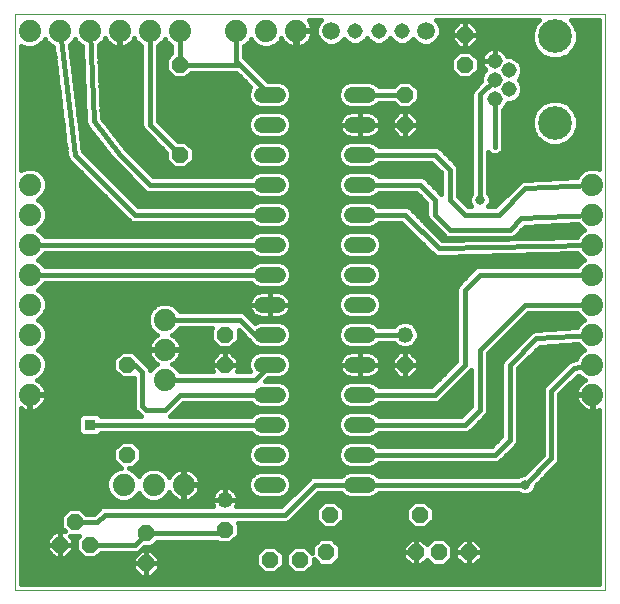
<source format=gbl>
G75*
%MOIN*%
%OFA0B0*%
%FSLAX25Y25*%
%IPPOS*%
%LPD*%
%AMOC8*
5,1,8,0,0,1.08239X$1,22.5*
%
%ADD10C,0.00000*%
%ADD11C,0.07400*%
%ADD12OC8,0.05200*%
%ADD13C,0.05200*%
%ADD14C,0.05200*%
%ADD15C,0.05150*%
%ADD16C,0.11220*%
%ADD17C,0.05937*%
%ADD18C,0.01600*%
%ADD19R,0.03562X0.03562*%
%ADD20C,0.03169*%
D10*
X0001800Y0001800D02*
X0001800Y0193650D01*
X0198650Y0193650D01*
X0198650Y0001800D01*
X0001800Y0001800D01*
X0105333Y0188050D02*
X0105335Y0188138D01*
X0105341Y0188226D01*
X0105351Y0188314D01*
X0105365Y0188402D01*
X0105382Y0188488D01*
X0105404Y0188574D01*
X0105429Y0188658D01*
X0105459Y0188742D01*
X0105491Y0188824D01*
X0105528Y0188904D01*
X0105568Y0188983D01*
X0105612Y0189060D01*
X0105659Y0189135D01*
X0105709Y0189207D01*
X0105763Y0189278D01*
X0105819Y0189345D01*
X0105879Y0189411D01*
X0105941Y0189473D01*
X0106007Y0189533D01*
X0106074Y0189589D01*
X0106145Y0189643D01*
X0106217Y0189693D01*
X0106292Y0189740D01*
X0106369Y0189784D01*
X0106448Y0189824D01*
X0106528Y0189861D01*
X0106610Y0189893D01*
X0106694Y0189923D01*
X0106778Y0189948D01*
X0106864Y0189970D01*
X0106950Y0189987D01*
X0107038Y0190001D01*
X0107126Y0190011D01*
X0107214Y0190017D01*
X0107302Y0190019D01*
X0107390Y0190017D01*
X0107478Y0190011D01*
X0107566Y0190001D01*
X0107654Y0189987D01*
X0107740Y0189970D01*
X0107826Y0189948D01*
X0107910Y0189923D01*
X0107994Y0189893D01*
X0108076Y0189861D01*
X0108156Y0189824D01*
X0108235Y0189784D01*
X0108312Y0189740D01*
X0108387Y0189693D01*
X0108459Y0189643D01*
X0108530Y0189589D01*
X0108597Y0189533D01*
X0108663Y0189473D01*
X0108725Y0189411D01*
X0108785Y0189345D01*
X0108841Y0189278D01*
X0108895Y0189207D01*
X0108945Y0189135D01*
X0108992Y0189060D01*
X0109036Y0188983D01*
X0109076Y0188904D01*
X0109113Y0188824D01*
X0109145Y0188742D01*
X0109175Y0188658D01*
X0109200Y0188574D01*
X0109222Y0188488D01*
X0109239Y0188402D01*
X0109253Y0188314D01*
X0109263Y0188226D01*
X0109269Y0188138D01*
X0109271Y0188050D01*
X0109269Y0187962D01*
X0109263Y0187874D01*
X0109253Y0187786D01*
X0109239Y0187698D01*
X0109222Y0187612D01*
X0109200Y0187526D01*
X0109175Y0187442D01*
X0109145Y0187358D01*
X0109113Y0187276D01*
X0109076Y0187196D01*
X0109036Y0187117D01*
X0108992Y0187040D01*
X0108945Y0186965D01*
X0108895Y0186893D01*
X0108841Y0186822D01*
X0108785Y0186755D01*
X0108725Y0186689D01*
X0108663Y0186627D01*
X0108597Y0186567D01*
X0108530Y0186511D01*
X0108459Y0186457D01*
X0108387Y0186407D01*
X0108312Y0186360D01*
X0108235Y0186316D01*
X0108156Y0186276D01*
X0108076Y0186239D01*
X0107994Y0186207D01*
X0107910Y0186177D01*
X0107826Y0186152D01*
X0107740Y0186130D01*
X0107654Y0186113D01*
X0107566Y0186099D01*
X0107478Y0186089D01*
X0107390Y0186083D01*
X0107302Y0186081D01*
X0107214Y0186083D01*
X0107126Y0186089D01*
X0107038Y0186099D01*
X0106950Y0186113D01*
X0106864Y0186130D01*
X0106778Y0186152D01*
X0106694Y0186177D01*
X0106610Y0186207D01*
X0106528Y0186239D01*
X0106448Y0186276D01*
X0106369Y0186316D01*
X0106292Y0186360D01*
X0106217Y0186407D01*
X0106145Y0186457D01*
X0106074Y0186511D01*
X0106007Y0186567D01*
X0105941Y0186627D01*
X0105879Y0186689D01*
X0105819Y0186755D01*
X0105763Y0186822D01*
X0105709Y0186893D01*
X0105659Y0186965D01*
X0105612Y0187040D01*
X0105568Y0187117D01*
X0105528Y0187196D01*
X0105491Y0187276D01*
X0105459Y0187358D01*
X0105429Y0187442D01*
X0105404Y0187526D01*
X0105382Y0187612D01*
X0105365Y0187698D01*
X0105351Y0187786D01*
X0105341Y0187874D01*
X0105335Y0187962D01*
X0105333Y0188050D01*
X0113601Y0188050D02*
X0113603Y0188129D01*
X0113609Y0188208D01*
X0113619Y0188287D01*
X0113633Y0188365D01*
X0113650Y0188442D01*
X0113672Y0188518D01*
X0113697Y0188593D01*
X0113727Y0188666D01*
X0113759Y0188738D01*
X0113796Y0188809D01*
X0113836Y0188877D01*
X0113879Y0188943D01*
X0113925Y0189007D01*
X0113975Y0189069D01*
X0114028Y0189128D01*
X0114083Y0189184D01*
X0114142Y0189238D01*
X0114203Y0189288D01*
X0114266Y0189336D01*
X0114332Y0189380D01*
X0114400Y0189421D01*
X0114470Y0189458D01*
X0114541Y0189492D01*
X0114615Y0189522D01*
X0114689Y0189548D01*
X0114765Y0189570D01*
X0114842Y0189589D01*
X0114920Y0189604D01*
X0114998Y0189615D01*
X0115077Y0189622D01*
X0115156Y0189625D01*
X0115235Y0189624D01*
X0115314Y0189619D01*
X0115393Y0189610D01*
X0115471Y0189597D01*
X0115548Y0189580D01*
X0115625Y0189560D01*
X0115700Y0189535D01*
X0115774Y0189507D01*
X0115847Y0189475D01*
X0115917Y0189440D01*
X0115986Y0189401D01*
X0116053Y0189358D01*
X0116118Y0189312D01*
X0116180Y0189264D01*
X0116240Y0189212D01*
X0116297Y0189157D01*
X0116351Y0189099D01*
X0116402Y0189039D01*
X0116450Y0188976D01*
X0116495Y0188911D01*
X0116537Y0188843D01*
X0116575Y0188774D01*
X0116609Y0188703D01*
X0116640Y0188630D01*
X0116668Y0188555D01*
X0116691Y0188480D01*
X0116711Y0188403D01*
X0116727Y0188326D01*
X0116739Y0188247D01*
X0116747Y0188169D01*
X0116751Y0188090D01*
X0116751Y0188010D01*
X0116747Y0187931D01*
X0116739Y0187853D01*
X0116727Y0187774D01*
X0116711Y0187697D01*
X0116691Y0187620D01*
X0116668Y0187545D01*
X0116640Y0187470D01*
X0116609Y0187397D01*
X0116575Y0187326D01*
X0116537Y0187257D01*
X0116495Y0187189D01*
X0116450Y0187124D01*
X0116402Y0187061D01*
X0116351Y0187001D01*
X0116297Y0186943D01*
X0116240Y0186888D01*
X0116180Y0186836D01*
X0116118Y0186788D01*
X0116053Y0186742D01*
X0115986Y0186699D01*
X0115917Y0186660D01*
X0115847Y0186625D01*
X0115774Y0186593D01*
X0115700Y0186565D01*
X0115625Y0186540D01*
X0115548Y0186520D01*
X0115471Y0186503D01*
X0115393Y0186490D01*
X0115314Y0186481D01*
X0115235Y0186476D01*
X0115156Y0186475D01*
X0115077Y0186478D01*
X0114998Y0186485D01*
X0114920Y0186496D01*
X0114842Y0186511D01*
X0114765Y0186530D01*
X0114689Y0186552D01*
X0114615Y0186578D01*
X0114541Y0186608D01*
X0114470Y0186642D01*
X0114400Y0186679D01*
X0114332Y0186720D01*
X0114266Y0186764D01*
X0114203Y0186812D01*
X0114142Y0186862D01*
X0114083Y0186916D01*
X0114028Y0186972D01*
X0113975Y0187031D01*
X0113925Y0187093D01*
X0113879Y0187157D01*
X0113836Y0187223D01*
X0113796Y0187291D01*
X0113759Y0187362D01*
X0113727Y0187434D01*
X0113697Y0187507D01*
X0113672Y0187582D01*
X0113650Y0187658D01*
X0113633Y0187735D01*
X0113619Y0187813D01*
X0113609Y0187892D01*
X0113603Y0187971D01*
X0113601Y0188050D01*
X0121475Y0188050D02*
X0121477Y0188129D01*
X0121483Y0188208D01*
X0121493Y0188287D01*
X0121507Y0188365D01*
X0121524Y0188442D01*
X0121546Y0188518D01*
X0121571Y0188593D01*
X0121601Y0188666D01*
X0121633Y0188738D01*
X0121670Y0188809D01*
X0121710Y0188877D01*
X0121753Y0188943D01*
X0121799Y0189007D01*
X0121849Y0189069D01*
X0121902Y0189128D01*
X0121957Y0189184D01*
X0122016Y0189238D01*
X0122077Y0189288D01*
X0122140Y0189336D01*
X0122206Y0189380D01*
X0122274Y0189421D01*
X0122344Y0189458D01*
X0122415Y0189492D01*
X0122489Y0189522D01*
X0122563Y0189548D01*
X0122639Y0189570D01*
X0122716Y0189589D01*
X0122794Y0189604D01*
X0122872Y0189615D01*
X0122951Y0189622D01*
X0123030Y0189625D01*
X0123109Y0189624D01*
X0123188Y0189619D01*
X0123267Y0189610D01*
X0123345Y0189597D01*
X0123422Y0189580D01*
X0123499Y0189560D01*
X0123574Y0189535D01*
X0123648Y0189507D01*
X0123721Y0189475D01*
X0123791Y0189440D01*
X0123860Y0189401D01*
X0123927Y0189358D01*
X0123992Y0189312D01*
X0124054Y0189264D01*
X0124114Y0189212D01*
X0124171Y0189157D01*
X0124225Y0189099D01*
X0124276Y0189039D01*
X0124324Y0188976D01*
X0124369Y0188911D01*
X0124411Y0188843D01*
X0124449Y0188774D01*
X0124483Y0188703D01*
X0124514Y0188630D01*
X0124542Y0188555D01*
X0124565Y0188480D01*
X0124585Y0188403D01*
X0124601Y0188326D01*
X0124613Y0188247D01*
X0124621Y0188169D01*
X0124625Y0188090D01*
X0124625Y0188010D01*
X0124621Y0187931D01*
X0124613Y0187853D01*
X0124601Y0187774D01*
X0124585Y0187697D01*
X0124565Y0187620D01*
X0124542Y0187545D01*
X0124514Y0187470D01*
X0124483Y0187397D01*
X0124449Y0187326D01*
X0124411Y0187257D01*
X0124369Y0187189D01*
X0124324Y0187124D01*
X0124276Y0187061D01*
X0124225Y0187001D01*
X0124171Y0186943D01*
X0124114Y0186888D01*
X0124054Y0186836D01*
X0123992Y0186788D01*
X0123927Y0186742D01*
X0123860Y0186699D01*
X0123791Y0186660D01*
X0123721Y0186625D01*
X0123648Y0186593D01*
X0123574Y0186565D01*
X0123499Y0186540D01*
X0123422Y0186520D01*
X0123345Y0186503D01*
X0123267Y0186490D01*
X0123188Y0186481D01*
X0123109Y0186476D01*
X0123030Y0186475D01*
X0122951Y0186478D01*
X0122872Y0186485D01*
X0122794Y0186496D01*
X0122716Y0186511D01*
X0122639Y0186530D01*
X0122563Y0186552D01*
X0122489Y0186578D01*
X0122415Y0186608D01*
X0122344Y0186642D01*
X0122274Y0186679D01*
X0122206Y0186720D01*
X0122140Y0186764D01*
X0122077Y0186812D01*
X0122016Y0186862D01*
X0121957Y0186916D01*
X0121902Y0186972D01*
X0121849Y0187031D01*
X0121799Y0187093D01*
X0121753Y0187157D01*
X0121710Y0187223D01*
X0121670Y0187291D01*
X0121633Y0187362D01*
X0121601Y0187434D01*
X0121571Y0187507D01*
X0121546Y0187582D01*
X0121524Y0187658D01*
X0121507Y0187735D01*
X0121493Y0187813D01*
X0121483Y0187892D01*
X0121477Y0187971D01*
X0121475Y0188050D01*
X0129349Y0188050D02*
X0129351Y0188129D01*
X0129357Y0188208D01*
X0129367Y0188287D01*
X0129381Y0188365D01*
X0129398Y0188442D01*
X0129420Y0188518D01*
X0129445Y0188593D01*
X0129475Y0188666D01*
X0129507Y0188738D01*
X0129544Y0188809D01*
X0129584Y0188877D01*
X0129627Y0188943D01*
X0129673Y0189007D01*
X0129723Y0189069D01*
X0129776Y0189128D01*
X0129831Y0189184D01*
X0129890Y0189238D01*
X0129951Y0189288D01*
X0130014Y0189336D01*
X0130080Y0189380D01*
X0130148Y0189421D01*
X0130218Y0189458D01*
X0130289Y0189492D01*
X0130363Y0189522D01*
X0130437Y0189548D01*
X0130513Y0189570D01*
X0130590Y0189589D01*
X0130668Y0189604D01*
X0130746Y0189615D01*
X0130825Y0189622D01*
X0130904Y0189625D01*
X0130983Y0189624D01*
X0131062Y0189619D01*
X0131141Y0189610D01*
X0131219Y0189597D01*
X0131296Y0189580D01*
X0131373Y0189560D01*
X0131448Y0189535D01*
X0131522Y0189507D01*
X0131595Y0189475D01*
X0131665Y0189440D01*
X0131734Y0189401D01*
X0131801Y0189358D01*
X0131866Y0189312D01*
X0131928Y0189264D01*
X0131988Y0189212D01*
X0132045Y0189157D01*
X0132099Y0189099D01*
X0132150Y0189039D01*
X0132198Y0188976D01*
X0132243Y0188911D01*
X0132285Y0188843D01*
X0132323Y0188774D01*
X0132357Y0188703D01*
X0132388Y0188630D01*
X0132416Y0188555D01*
X0132439Y0188480D01*
X0132459Y0188403D01*
X0132475Y0188326D01*
X0132487Y0188247D01*
X0132495Y0188169D01*
X0132499Y0188090D01*
X0132499Y0188010D01*
X0132495Y0187931D01*
X0132487Y0187853D01*
X0132475Y0187774D01*
X0132459Y0187697D01*
X0132439Y0187620D01*
X0132416Y0187545D01*
X0132388Y0187470D01*
X0132357Y0187397D01*
X0132323Y0187326D01*
X0132285Y0187257D01*
X0132243Y0187189D01*
X0132198Y0187124D01*
X0132150Y0187061D01*
X0132099Y0187001D01*
X0132045Y0186943D01*
X0131988Y0186888D01*
X0131928Y0186836D01*
X0131866Y0186788D01*
X0131801Y0186742D01*
X0131734Y0186699D01*
X0131665Y0186660D01*
X0131595Y0186625D01*
X0131522Y0186593D01*
X0131448Y0186565D01*
X0131373Y0186540D01*
X0131296Y0186520D01*
X0131219Y0186503D01*
X0131141Y0186490D01*
X0131062Y0186481D01*
X0130983Y0186476D01*
X0130904Y0186475D01*
X0130825Y0186478D01*
X0130746Y0186485D01*
X0130668Y0186496D01*
X0130590Y0186511D01*
X0130513Y0186530D01*
X0130437Y0186552D01*
X0130363Y0186578D01*
X0130289Y0186608D01*
X0130218Y0186642D01*
X0130148Y0186679D01*
X0130080Y0186720D01*
X0130014Y0186764D01*
X0129951Y0186812D01*
X0129890Y0186862D01*
X0129831Y0186916D01*
X0129776Y0186972D01*
X0129723Y0187031D01*
X0129673Y0187093D01*
X0129627Y0187157D01*
X0129584Y0187223D01*
X0129544Y0187291D01*
X0129507Y0187362D01*
X0129475Y0187434D01*
X0129445Y0187507D01*
X0129420Y0187582D01*
X0129398Y0187658D01*
X0129381Y0187735D01*
X0129367Y0187813D01*
X0129357Y0187892D01*
X0129351Y0187971D01*
X0129349Y0188050D01*
X0136829Y0188050D02*
X0136831Y0188138D01*
X0136837Y0188226D01*
X0136847Y0188314D01*
X0136861Y0188402D01*
X0136878Y0188488D01*
X0136900Y0188574D01*
X0136925Y0188658D01*
X0136955Y0188742D01*
X0136987Y0188824D01*
X0137024Y0188904D01*
X0137064Y0188983D01*
X0137108Y0189060D01*
X0137155Y0189135D01*
X0137205Y0189207D01*
X0137259Y0189278D01*
X0137315Y0189345D01*
X0137375Y0189411D01*
X0137437Y0189473D01*
X0137503Y0189533D01*
X0137570Y0189589D01*
X0137641Y0189643D01*
X0137713Y0189693D01*
X0137788Y0189740D01*
X0137865Y0189784D01*
X0137944Y0189824D01*
X0138024Y0189861D01*
X0138106Y0189893D01*
X0138190Y0189923D01*
X0138274Y0189948D01*
X0138360Y0189970D01*
X0138446Y0189987D01*
X0138534Y0190001D01*
X0138622Y0190011D01*
X0138710Y0190017D01*
X0138798Y0190019D01*
X0138886Y0190017D01*
X0138974Y0190011D01*
X0139062Y0190001D01*
X0139150Y0189987D01*
X0139236Y0189970D01*
X0139322Y0189948D01*
X0139406Y0189923D01*
X0139490Y0189893D01*
X0139572Y0189861D01*
X0139652Y0189824D01*
X0139731Y0189784D01*
X0139808Y0189740D01*
X0139883Y0189693D01*
X0139955Y0189643D01*
X0140026Y0189589D01*
X0140093Y0189533D01*
X0140159Y0189473D01*
X0140221Y0189411D01*
X0140281Y0189345D01*
X0140337Y0189278D01*
X0140391Y0189207D01*
X0140441Y0189135D01*
X0140488Y0189060D01*
X0140532Y0188983D01*
X0140572Y0188904D01*
X0140609Y0188824D01*
X0140641Y0188742D01*
X0140671Y0188658D01*
X0140696Y0188574D01*
X0140718Y0188488D01*
X0140735Y0188402D01*
X0140749Y0188314D01*
X0140759Y0188226D01*
X0140765Y0188138D01*
X0140767Y0188050D01*
X0140765Y0187962D01*
X0140759Y0187874D01*
X0140749Y0187786D01*
X0140735Y0187698D01*
X0140718Y0187612D01*
X0140696Y0187526D01*
X0140671Y0187442D01*
X0140641Y0187358D01*
X0140609Y0187276D01*
X0140572Y0187196D01*
X0140532Y0187117D01*
X0140488Y0187040D01*
X0140441Y0186965D01*
X0140391Y0186893D01*
X0140337Y0186822D01*
X0140281Y0186755D01*
X0140221Y0186689D01*
X0140159Y0186627D01*
X0140093Y0186567D01*
X0140026Y0186511D01*
X0139955Y0186457D01*
X0139883Y0186407D01*
X0139808Y0186360D01*
X0139731Y0186316D01*
X0139652Y0186276D01*
X0139572Y0186239D01*
X0139490Y0186207D01*
X0139406Y0186177D01*
X0139322Y0186152D01*
X0139236Y0186130D01*
X0139150Y0186113D01*
X0139062Y0186099D01*
X0138974Y0186089D01*
X0138886Y0186083D01*
X0138798Y0186081D01*
X0138710Y0186083D01*
X0138622Y0186089D01*
X0138534Y0186099D01*
X0138446Y0186113D01*
X0138360Y0186130D01*
X0138274Y0186152D01*
X0138190Y0186177D01*
X0138106Y0186207D01*
X0138024Y0186239D01*
X0137944Y0186276D01*
X0137865Y0186316D01*
X0137788Y0186360D01*
X0137713Y0186407D01*
X0137641Y0186457D01*
X0137570Y0186511D01*
X0137503Y0186567D01*
X0137437Y0186627D01*
X0137375Y0186689D01*
X0137315Y0186755D01*
X0137259Y0186822D01*
X0137205Y0186893D01*
X0137155Y0186965D01*
X0137108Y0187040D01*
X0137064Y0187117D01*
X0137024Y0187196D01*
X0136987Y0187276D01*
X0136955Y0187358D01*
X0136925Y0187442D01*
X0136900Y0187526D01*
X0136878Y0187612D01*
X0136861Y0187698D01*
X0136847Y0187786D01*
X0136837Y0187874D01*
X0136831Y0187962D01*
X0136829Y0188050D01*
D11*
X0095550Y0188050D03*
X0085550Y0188050D03*
X0075550Y0188050D03*
X0056800Y0188050D03*
X0046800Y0188050D03*
X0036800Y0188050D03*
X0026800Y0188050D03*
X0016800Y0188050D03*
X0006800Y0188050D03*
X0006800Y0136800D03*
X0006800Y0126800D03*
X0006800Y0116800D03*
X0006800Y0106800D03*
X0006800Y0096800D03*
X0006800Y0086800D03*
X0006800Y0076800D03*
X0006800Y0066800D03*
X0038050Y0036800D03*
X0048050Y0036800D03*
X0058050Y0036800D03*
X0051800Y0071800D03*
X0051800Y0081800D03*
X0051800Y0091800D03*
X0194300Y0086800D03*
X0194300Y0076800D03*
X0194300Y0066800D03*
X0194300Y0096800D03*
X0194300Y0106800D03*
X0194300Y0116800D03*
X0194300Y0126800D03*
X0194300Y0136800D03*
D12*
X0151800Y0176800D03*
X0151800Y0186800D03*
X0131800Y0166800D03*
X0131800Y0156800D03*
X0071800Y0086800D03*
X0071800Y0076800D03*
X0039300Y0076800D03*
X0039300Y0046800D03*
X0021800Y0024300D03*
X0016800Y0016800D03*
X0026800Y0016800D03*
X0045550Y0020550D03*
X0045550Y0010550D03*
X0071800Y0021800D03*
X0086800Y0011800D03*
X0096800Y0011800D03*
X0105550Y0014300D03*
X0106800Y0026800D03*
X0135550Y0014300D03*
X0143050Y0014300D03*
X0153050Y0014300D03*
X0136800Y0026800D03*
X0131800Y0076800D03*
X0056800Y0146800D03*
X0056800Y0176800D03*
D13*
X0131800Y0086800D03*
X0071800Y0031800D03*
D14*
X0084200Y0036800D02*
X0089400Y0036800D01*
X0089400Y0046800D02*
X0084200Y0046800D01*
X0084200Y0056800D02*
X0089400Y0056800D01*
X0089400Y0066800D02*
X0084200Y0066800D01*
X0084200Y0076800D02*
X0089400Y0076800D01*
X0089400Y0086800D02*
X0084200Y0086800D01*
X0084200Y0096800D02*
X0089400Y0096800D01*
X0089400Y0106800D02*
X0084200Y0106800D01*
X0084200Y0116800D02*
X0089400Y0116800D01*
X0089400Y0126800D02*
X0084200Y0126800D01*
X0084200Y0136800D02*
X0089400Y0136800D01*
X0089400Y0146800D02*
X0084200Y0146800D01*
X0084200Y0156800D02*
X0089400Y0156800D01*
X0089400Y0166800D02*
X0084200Y0166800D01*
X0114200Y0166800D02*
X0119400Y0166800D01*
X0119400Y0156800D02*
X0114200Y0156800D01*
X0114200Y0146800D02*
X0119400Y0146800D01*
X0119400Y0136800D02*
X0114200Y0136800D01*
X0114200Y0126800D02*
X0119400Y0126800D01*
X0119400Y0116800D02*
X0114200Y0116800D01*
X0114200Y0106800D02*
X0119400Y0106800D01*
X0119400Y0096800D02*
X0114200Y0096800D01*
X0114200Y0086800D02*
X0119400Y0086800D01*
X0119400Y0076800D02*
X0114200Y0076800D01*
X0114200Y0066800D02*
X0119400Y0066800D01*
X0119400Y0056800D02*
X0114200Y0056800D01*
X0114200Y0046800D02*
X0119400Y0046800D01*
X0119400Y0036800D02*
X0114200Y0036800D01*
D15*
X0161721Y0165501D03*
X0166446Y0168650D03*
X0161721Y0171800D03*
X0166446Y0174950D03*
X0161721Y0178099D03*
X0130924Y0188050D03*
X0123050Y0188050D03*
X0115176Y0188050D03*
D16*
X0181800Y0186170D03*
X0181800Y0157430D03*
D17*
X0138798Y0188050D03*
X0107302Y0188050D03*
D18*
X0103876Y0191650D02*
X0103090Y0190864D01*
X0102333Y0189038D01*
X0102333Y0187062D01*
X0103090Y0185236D01*
X0104488Y0183838D01*
X0106314Y0183081D01*
X0108290Y0183081D01*
X0110116Y0183838D01*
X0111514Y0185236D01*
X0111516Y0185240D01*
X0112585Y0184172D01*
X0114266Y0183475D01*
X0116086Y0183475D01*
X0117767Y0184172D01*
X0119054Y0185459D01*
X0119113Y0185600D01*
X0119172Y0185459D01*
X0120459Y0184172D01*
X0122140Y0183475D01*
X0123960Y0183475D01*
X0125641Y0184172D01*
X0126928Y0185459D01*
X0126987Y0185600D01*
X0127046Y0185459D01*
X0128333Y0184172D01*
X0130014Y0183475D01*
X0131834Y0183475D01*
X0133515Y0184172D01*
X0134584Y0185240D01*
X0134586Y0185236D01*
X0135984Y0183838D01*
X0137810Y0183081D01*
X0139786Y0183081D01*
X0141612Y0183838D01*
X0143010Y0185236D01*
X0143767Y0187062D01*
X0143767Y0189038D01*
X0143010Y0190864D01*
X0142224Y0191650D01*
X0176518Y0191650D01*
X0175348Y0190481D01*
X0174190Y0187684D01*
X0174190Y0184656D01*
X0175348Y0181859D01*
X0177489Y0179718D01*
X0180286Y0178560D01*
X0183314Y0178560D01*
X0186111Y0179718D01*
X0188252Y0181859D01*
X0189410Y0184656D01*
X0189410Y0187684D01*
X0188252Y0190481D01*
X0187082Y0191650D01*
X0196650Y0191650D01*
X0196650Y0141996D01*
X0195434Y0142500D01*
X0193166Y0142500D01*
X0191071Y0141632D01*
X0189468Y0140029D01*
X0189174Y0139320D01*
X0171722Y0138350D01*
X0171243Y0138350D01*
X0171169Y0138319D01*
X0171089Y0138315D01*
X0170657Y0138107D01*
X0170214Y0137924D01*
X0170157Y0137867D01*
X0170085Y0137832D01*
X0169765Y0137475D01*
X0161890Y0129600D01*
X0159669Y0129600D01*
X0159839Y0129770D01*
X0160384Y0131087D01*
X0160384Y0132513D01*
X0159839Y0133830D01*
X0159600Y0134069D01*
X0159600Y0147540D01*
X0160135Y0147005D01*
X0161164Y0146579D01*
X0162278Y0146579D01*
X0163307Y0147005D01*
X0164095Y0147793D01*
X0164521Y0148822D01*
X0164521Y0161831D01*
X0165600Y0162909D01*
X0166083Y0164076D01*
X0167356Y0164076D01*
X0169037Y0164772D01*
X0170324Y0166059D01*
X0171020Y0167740D01*
X0171020Y0169560D01*
X0170324Y0171242D01*
X0169766Y0171800D01*
X0170324Y0172358D01*
X0171020Y0174040D01*
X0171020Y0175860D01*
X0170324Y0177541D01*
X0169037Y0178828D01*
X0167356Y0179524D01*
X0165858Y0179524D01*
X0165776Y0179779D01*
X0165463Y0180392D01*
X0165058Y0180949D01*
X0164571Y0181436D01*
X0164014Y0181841D01*
X0163401Y0182153D01*
X0162746Y0182366D01*
X0162066Y0182474D01*
X0161721Y0182474D01*
X0161377Y0182474D01*
X0160697Y0182366D01*
X0160042Y0182153D01*
X0159428Y0181841D01*
X0158871Y0181436D01*
X0158384Y0180949D01*
X0157980Y0180392D01*
X0157667Y0179779D01*
X0157454Y0179124D01*
X0157346Y0178444D01*
X0157346Y0178099D01*
X0157346Y0177755D01*
X0157454Y0177075D01*
X0157667Y0176420D01*
X0157980Y0175806D01*
X0158384Y0175249D01*
X0158543Y0175091D01*
X0157843Y0174391D01*
X0157146Y0172710D01*
X0157146Y0171185D01*
X0154426Y0168465D01*
X0154000Y0167436D01*
X0154000Y0134069D01*
X0153761Y0133830D01*
X0153216Y0132513D01*
X0153216Y0131087D01*
X0153761Y0129770D01*
X0153931Y0129600D01*
X0152960Y0129600D01*
X0149600Y0132960D01*
X0149600Y0142357D01*
X0149174Y0143386D01*
X0148386Y0144174D01*
X0143386Y0149174D01*
X0142357Y0149600D01*
X0123105Y0149600D01*
X0122006Y0150700D01*
X0120315Y0151400D01*
X0113285Y0151400D01*
X0111594Y0150700D01*
X0110300Y0149406D01*
X0109600Y0147715D01*
X0109600Y0145885D01*
X0110300Y0144194D01*
X0111594Y0142900D01*
X0113285Y0142200D01*
X0120315Y0142200D01*
X0122006Y0142900D01*
X0123105Y0144000D01*
X0140640Y0144000D01*
X0144000Y0140640D01*
X0144000Y0133560D01*
X0143386Y0134174D01*
X0138386Y0139174D01*
X0137357Y0139600D01*
X0123105Y0139600D01*
X0122006Y0140700D01*
X0120315Y0141400D01*
X0113285Y0141400D01*
X0111594Y0140700D01*
X0110300Y0139406D01*
X0109600Y0137715D01*
X0109600Y0135885D01*
X0110300Y0134194D01*
X0111594Y0132900D01*
X0113285Y0132200D01*
X0120315Y0132200D01*
X0122006Y0132900D01*
X0123105Y0134000D01*
X0135640Y0134000D01*
X0139000Y0130640D01*
X0139000Y0126243D01*
X0139426Y0125214D01*
X0144426Y0120214D01*
X0145214Y0119426D01*
X0146243Y0119000D01*
X0167357Y0119000D01*
X0168386Y0119426D01*
X0171770Y0122810D01*
X0189399Y0123738D01*
X0189468Y0123571D01*
X0191071Y0121968D01*
X0191476Y0121800D01*
X0191071Y0121632D01*
X0189468Y0120029D01*
X0189239Y0119477D01*
X0144181Y0118378D01*
X0133386Y0129174D01*
X0132357Y0129600D01*
X0123105Y0129600D01*
X0122006Y0130700D01*
X0120315Y0131400D01*
X0113285Y0131400D01*
X0111594Y0130700D01*
X0110300Y0129406D01*
X0109600Y0127715D01*
X0109600Y0125885D01*
X0110300Y0124194D01*
X0111594Y0122900D01*
X0113285Y0122200D01*
X0120315Y0122200D01*
X0122006Y0122900D01*
X0123105Y0124000D01*
X0130640Y0124000D01*
X0140701Y0113939D01*
X0140716Y0113907D01*
X0141094Y0113546D01*
X0141464Y0113176D01*
X0141497Y0113163D01*
X0141522Y0113138D01*
X0142010Y0112950D01*
X0142493Y0112750D01*
X0142528Y0112750D01*
X0142561Y0112737D01*
X0143084Y0112750D01*
X0143607Y0112750D01*
X0143640Y0112764D01*
X0189341Y0113878D01*
X0189468Y0113571D01*
X0191071Y0111968D01*
X0191476Y0111800D01*
X0191071Y0111632D01*
X0189468Y0110029D01*
X0189290Y0109600D01*
X0156243Y0109600D01*
X0155214Y0109174D01*
X0150214Y0104174D01*
X0149426Y0103386D01*
X0149000Y0102357D01*
X0149000Y0077960D01*
X0140640Y0069600D01*
X0123105Y0069600D01*
X0122006Y0070700D01*
X0120315Y0071400D01*
X0113285Y0071400D01*
X0111594Y0070700D01*
X0110300Y0069406D01*
X0109600Y0067715D01*
X0109600Y0065885D01*
X0110300Y0064194D01*
X0111594Y0062900D01*
X0113285Y0062200D01*
X0120315Y0062200D01*
X0122006Y0062900D01*
X0123105Y0064000D01*
X0142357Y0064000D01*
X0143386Y0064426D01*
X0144174Y0065214D01*
X0154000Y0075040D01*
X0154000Y0062960D01*
X0150640Y0059600D01*
X0123105Y0059600D01*
X0122006Y0060700D01*
X0120315Y0061400D01*
X0113285Y0061400D01*
X0111594Y0060700D01*
X0110300Y0059406D01*
X0109600Y0057715D01*
X0109600Y0055885D01*
X0110300Y0054194D01*
X0111594Y0052900D01*
X0113285Y0052200D01*
X0120315Y0052200D01*
X0122006Y0052900D01*
X0123105Y0054000D01*
X0152357Y0054000D01*
X0153386Y0054426D01*
X0158386Y0059426D01*
X0159174Y0060214D01*
X0159600Y0061243D01*
X0159600Y0080640D01*
X0172960Y0094000D01*
X0189290Y0094000D01*
X0189468Y0093571D01*
X0191071Y0091968D01*
X0191476Y0091800D01*
X0191071Y0091632D01*
X0189468Y0090029D01*
X0189151Y0089263D01*
X0175457Y0088350D01*
X0174993Y0088350D01*
X0174904Y0088313D01*
X0174808Y0088307D01*
X0174392Y0088101D01*
X0173964Y0087924D01*
X0173896Y0087856D01*
X0173810Y0087813D01*
X0173504Y0087464D01*
X0164426Y0078386D01*
X0164000Y0077357D01*
X0164000Y0052960D01*
X0160640Y0049600D01*
X0123105Y0049600D01*
X0122006Y0050700D01*
X0120315Y0051400D01*
X0113285Y0051400D01*
X0111594Y0050700D01*
X0110300Y0049406D01*
X0109600Y0047715D01*
X0109600Y0045885D01*
X0110300Y0044194D01*
X0111594Y0042900D01*
X0113285Y0042200D01*
X0120315Y0042200D01*
X0122006Y0042900D01*
X0123105Y0044000D01*
X0162357Y0044000D01*
X0163386Y0044426D01*
X0168386Y0049426D01*
X0169174Y0050214D01*
X0169600Y0051243D01*
X0169600Y0075640D01*
X0176786Y0082826D01*
X0189427Y0083669D01*
X0189468Y0083571D01*
X0191071Y0081968D01*
X0191476Y0081800D01*
X0191071Y0081632D01*
X0189468Y0080029D01*
X0188863Y0078568D01*
X0187773Y0078350D01*
X0187493Y0078350D01*
X0187232Y0078242D01*
X0186955Y0078186D01*
X0186722Y0078031D01*
X0186464Y0077924D01*
X0186264Y0077724D01*
X0186029Y0077567D01*
X0185874Y0077334D01*
X0178176Y0069636D01*
X0177750Y0068607D01*
X0177750Y0046710D01*
X0171424Y0040384D01*
X0171087Y0040384D01*
X0169770Y0039839D01*
X0169531Y0039600D01*
X0123105Y0039600D01*
X0122006Y0040700D01*
X0120315Y0041400D01*
X0113285Y0041400D01*
X0111594Y0040700D01*
X0110495Y0039600D01*
X0101243Y0039600D01*
X0100214Y0039174D01*
X0099426Y0038386D01*
X0090640Y0029600D01*
X0075617Y0029600D01*
X0075878Y0030111D01*
X0076092Y0030770D01*
X0076200Y0031454D01*
X0076200Y0031800D01*
X0076200Y0032146D01*
X0076092Y0032830D01*
X0075878Y0033489D01*
X0075563Y0034106D01*
X0075156Y0034666D01*
X0074666Y0035156D01*
X0074106Y0035563D01*
X0073489Y0035878D01*
X0072830Y0036092D01*
X0072146Y0036200D01*
X0071800Y0036200D01*
X0071800Y0031800D01*
X0071800Y0031800D01*
X0076200Y0031800D01*
X0071800Y0031800D01*
X0071800Y0031800D01*
X0071800Y0031800D01*
X0067400Y0031800D01*
X0067400Y0032146D01*
X0067508Y0032830D01*
X0067722Y0033489D01*
X0068037Y0034106D01*
X0068444Y0034666D01*
X0068934Y0035156D01*
X0069494Y0035563D01*
X0070111Y0035878D01*
X0070770Y0036092D01*
X0071454Y0036200D01*
X0071800Y0036200D01*
X0071800Y0031800D01*
X0067400Y0031800D01*
X0067400Y0031454D01*
X0067508Y0030770D01*
X0067722Y0030111D01*
X0067983Y0029600D01*
X0031243Y0029600D01*
X0030214Y0029174D01*
X0029426Y0028386D01*
X0028140Y0027100D01*
X0025505Y0027100D01*
X0023705Y0028900D01*
X0019895Y0028900D01*
X0017200Y0026205D01*
X0017200Y0022395D01*
X0018395Y0021200D01*
X0016800Y0021200D01*
X0016800Y0016800D01*
X0021200Y0016800D01*
X0021200Y0018623D01*
X0020123Y0019700D01*
X0023195Y0019700D01*
X0022200Y0018705D01*
X0022200Y0014895D01*
X0024895Y0012200D01*
X0028705Y0012200D01*
X0030505Y0014000D01*
X0042357Y0014000D01*
X0043075Y0014297D01*
X0041150Y0012373D01*
X0041150Y0010550D01*
X0045550Y0010550D01*
X0045550Y0010550D01*
X0045550Y0014950D01*
X0047373Y0014950D01*
X0049950Y0012373D01*
X0049950Y0010550D01*
X0045550Y0010550D01*
X0045550Y0010550D01*
X0045550Y0014950D01*
X0043910Y0014950D01*
X0044174Y0015214D01*
X0044910Y0015950D01*
X0047455Y0015950D01*
X0049255Y0017750D01*
X0069345Y0017750D01*
X0069895Y0017200D01*
X0073705Y0017200D01*
X0076400Y0019895D01*
X0076400Y0023705D01*
X0076105Y0024000D01*
X0092357Y0024000D01*
X0093386Y0024426D01*
X0094174Y0025214D01*
X0102960Y0034000D01*
X0110495Y0034000D01*
X0111594Y0032900D01*
X0113285Y0032200D01*
X0120315Y0032200D01*
X0122006Y0032900D01*
X0123105Y0034000D01*
X0169531Y0034000D01*
X0169770Y0033761D01*
X0171087Y0033216D01*
X0172513Y0033216D01*
X0173830Y0033761D01*
X0174839Y0034770D01*
X0175384Y0036087D01*
X0175384Y0036424D01*
X0182136Y0043176D01*
X0182924Y0043964D01*
X0183350Y0044993D01*
X0183350Y0066890D01*
X0189430Y0072971D01*
X0189962Y0073077D01*
X0191071Y0071968D01*
X0191764Y0071681D01*
X0191417Y0071504D01*
X0190717Y0070995D01*
X0190105Y0070383D01*
X0189596Y0069683D01*
X0189203Y0068911D01*
X0188935Y0068088D01*
X0188800Y0067233D01*
X0188800Y0067000D01*
X0194100Y0067000D01*
X0194100Y0066600D01*
X0194500Y0066600D01*
X0194500Y0061300D01*
X0194733Y0061300D01*
X0195588Y0061435D01*
X0196411Y0061703D01*
X0196650Y0061825D01*
X0196650Y0003800D01*
X0003800Y0003800D01*
X0003800Y0062181D01*
X0003917Y0062096D01*
X0004689Y0061703D01*
X0005512Y0061435D01*
X0006367Y0061300D01*
X0006600Y0061300D01*
X0006600Y0066600D01*
X0007000Y0066600D01*
X0007000Y0067000D01*
X0012300Y0067000D01*
X0012300Y0067233D01*
X0012165Y0068088D01*
X0011897Y0068911D01*
X0011504Y0069683D01*
X0010995Y0070383D01*
X0010383Y0070995D01*
X0009683Y0071504D01*
X0009336Y0071681D01*
X0010029Y0071968D01*
X0011632Y0073571D01*
X0012500Y0075666D01*
X0012500Y0077934D01*
X0011632Y0080029D01*
X0010029Y0081632D01*
X0009624Y0081800D01*
X0010029Y0081968D01*
X0011632Y0083571D01*
X0012500Y0085666D01*
X0012500Y0087934D01*
X0011632Y0090029D01*
X0010029Y0091632D01*
X0009624Y0091800D01*
X0010029Y0091968D01*
X0011632Y0093571D01*
X0012500Y0095666D01*
X0012500Y0097934D01*
X0011632Y0100029D01*
X0010029Y0101632D01*
X0009624Y0101800D01*
X0010029Y0101968D01*
X0011632Y0103571D01*
X0011810Y0104000D01*
X0080495Y0104000D01*
X0081594Y0102900D01*
X0083285Y0102200D01*
X0090315Y0102200D01*
X0092006Y0102900D01*
X0093300Y0104194D01*
X0094000Y0105885D01*
X0094000Y0107715D01*
X0093300Y0109406D01*
X0092006Y0110700D01*
X0090315Y0111400D01*
X0083285Y0111400D01*
X0081594Y0110700D01*
X0080495Y0109600D01*
X0011810Y0109600D01*
X0011632Y0110029D01*
X0010029Y0111632D01*
X0009624Y0111800D01*
X0010029Y0111968D01*
X0011632Y0113571D01*
X0011810Y0114000D01*
X0080495Y0114000D01*
X0081594Y0112900D01*
X0083285Y0112200D01*
X0090315Y0112200D01*
X0092006Y0112900D01*
X0093300Y0114194D01*
X0094000Y0115885D01*
X0094000Y0117715D01*
X0093300Y0119406D01*
X0092006Y0120700D01*
X0090315Y0121400D01*
X0083285Y0121400D01*
X0081594Y0120700D01*
X0080495Y0119600D01*
X0011810Y0119600D01*
X0011632Y0120029D01*
X0010029Y0121632D01*
X0009624Y0121800D01*
X0010029Y0121968D01*
X0011632Y0123571D01*
X0012500Y0125666D01*
X0012500Y0127934D01*
X0011632Y0130029D01*
X0010029Y0131632D01*
X0009624Y0131800D01*
X0010029Y0131968D01*
X0011632Y0133571D01*
X0012500Y0135666D01*
X0012500Y0137934D01*
X0011632Y0140029D01*
X0010029Y0141632D01*
X0007934Y0142500D01*
X0005666Y0142500D01*
X0003800Y0141727D01*
X0003800Y0183123D01*
X0005666Y0182350D01*
X0007934Y0182350D01*
X0010029Y0183218D01*
X0011632Y0184821D01*
X0011800Y0185226D01*
X0011968Y0184821D01*
X0013571Y0183218D01*
X0014618Y0182784D01*
X0019000Y0146631D01*
X0019000Y0146243D01*
X0019066Y0146083D01*
X0019087Y0145910D01*
X0019278Y0145572D01*
X0019426Y0145214D01*
X0019549Y0145091D01*
X0019634Y0144940D01*
X0019940Y0144701D01*
X0040214Y0124426D01*
X0041243Y0124000D01*
X0080495Y0124000D01*
X0081594Y0122900D01*
X0083285Y0122200D01*
X0090315Y0122200D01*
X0092006Y0122900D01*
X0093300Y0124194D01*
X0094000Y0125885D01*
X0094000Y0127715D01*
X0093300Y0129406D01*
X0092006Y0130700D01*
X0090315Y0131400D01*
X0083285Y0131400D01*
X0081594Y0130700D01*
X0080495Y0129600D01*
X0042960Y0129600D01*
X0024463Y0148096D01*
X0020187Y0183376D01*
X0021632Y0184821D01*
X0021800Y0185226D01*
X0021968Y0184821D01*
X0023571Y0183218D01*
X0024210Y0182953D01*
X0025243Y0158166D01*
X0025203Y0157845D01*
X0025266Y0157615D01*
X0025276Y0157377D01*
X0025412Y0157083D01*
X0025498Y0156771D01*
X0025644Y0156583D01*
X0025744Y0156366D01*
X0025983Y0156147D01*
X0034358Y0145379D01*
X0034426Y0145214D01*
X0034697Y0144943D01*
X0034932Y0144641D01*
X0035087Y0144553D01*
X0045214Y0134426D01*
X0046243Y0134000D01*
X0080495Y0134000D01*
X0081594Y0132900D01*
X0083285Y0132200D01*
X0090315Y0132200D01*
X0092006Y0132900D01*
X0093300Y0134194D01*
X0094000Y0135885D01*
X0094000Y0137715D01*
X0093300Y0139406D01*
X0092006Y0140700D01*
X0090315Y0141400D01*
X0083285Y0141400D01*
X0081594Y0140700D01*
X0080495Y0139600D01*
X0047960Y0139600D01*
X0038903Y0148657D01*
X0030810Y0159062D01*
X0029808Y0183126D01*
X0030029Y0183218D01*
X0031632Y0184821D01*
X0031919Y0185514D01*
X0032096Y0185167D01*
X0032605Y0184467D01*
X0033217Y0183855D01*
X0033917Y0183346D01*
X0034689Y0182953D01*
X0035512Y0182685D01*
X0036367Y0182550D01*
X0036600Y0182550D01*
X0036600Y0187850D01*
X0037000Y0187850D01*
X0037000Y0182550D01*
X0037233Y0182550D01*
X0038088Y0182685D01*
X0038911Y0182953D01*
X0039683Y0183346D01*
X0040383Y0183855D01*
X0040995Y0184467D01*
X0041504Y0185167D01*
X0041681Y0185514D01*
X0041968Y0184821D01*
X0043571Y0183218D01*
X0044000Y0183040D01*
X0044000Y0156243D01*
X0044426Y0155214D01*
X0052200Y0147440D01*
X0052200Y0144895D01*
X0054895Y0142200D01*
X0058705Y0142200D01*
X0061400Y0144895D01*
X0061400Y0148705D01*
X0058705Y0151400D01*
X0056160Y0151400D01*
X0049600Y0157960D01*
X0049600Y0183040D01*
X0050029Y0183218D01*
X0051632Y0184821D01*
X0051800Y0185226D01*
X0051968Y0184821D01*
X0053571Y0183218D01*
X0054000Y0183040D01*
X0054000Y0180505D01*
X0052200Y0178705D01*
X0052200Y0174895D01*
X0054895Y0172200D01*
X0058705Y0172200D01*
X0060505Y0174000D01*
X0075640Y0174000D01*
X0080281Y0169359D01*
X0079600Y0167715D01*
X0079600Y0165885D01*
X0080300Y0164194D01*
X0081594Y0162900D01*
X0083285Y0162200D01*
X0090315Y0162200D01*
X0092006Y0162900D01*
X0093300Y0164194D01*
X0094000Y0165885D01*
X0094000Y0167715D01*
X0093300Y0169406D01*
X0092006Y0170700D01*
X0090315Y0171400D01*
X0086160Y0171400D01*
X0079174Y0178386D01*
X0078350Y0179210D01*
X0078350Y0183040D01*
X0078779Y0183218D01*
X0080382Y0184821D01*
X0080550Y0185226D01*
X0080718Y0184821D01*
X0082321Y0183218D01*
X0084416Y0182350D01*
X0086684Y0182350D01*
X0088779Y0183218D01*
X0090382Y0184821D01*
X0090669Y0185514D01*
X0090846Y0185167D01*
X0091355Y0184467D01*
X0091967Y0183855D01*
X0092667Y0183346D01*
X0093439Y0182953D01*
X0094262Y0182685D01*
X0095117Y0182550D01*
X0095350Y0182550D01*
X0095350Y0187850D01*
X0095750Y0187850D01*
X0095750Y0188250D01*
X0101050Y0188250D01*
X0101050Y0188483D01*
X0100915Y0189338D01*
X0100647Y0190161D01*
X0100254Y0190933D01*
X0099745Y0191633D01*
X0099728Y0191650D01*
X0103876Y0191650D01*
X0102908Y0190424D02*
X0100513Y0190424D01*
X0100996Y0188826D02*
X0102333Y0188826D01*
X0102333Y0187227D02*
X0100988Y0187227D01*
X0101050Y0187617D02*
X0101050Y0187850D01*
X0095750Y0187850D01*
X0095750Y0182550D01*
X0095983Y0182550D01*
X0096838Y0182685D01*
X0097661Y0182953D01*
X0098433Y0183346D01*
X0099133Y0183855D01*
X0099745Y0184467D01*
X0100254Y0185167D01*
X0100647Y0185939D01*
X0100915Y0186762D01*
X0101050Y0187617D01*
X0100489Y0185629D02*
X0102927Y0185629D01*
X0104295Y0184030D02*
X0099308Y0184030D01*
X0095750Y0184030D02*
X0095350Y0184030D01*
X0095350Y0185629D02*
X0095750Y0185629D01*
X0095750Y0187227D02*
X0095350Y0187227D01*
X0091792Y0184030D02*
X0089591Y0184030D01*
X0086881Y0182432D02*
X0149946Y0182432D01*
X0149977Y0182400D02*
X0147400Y0184977D01*
X0147400Y0186800D01*
X0151800Y0186800D01*
X0151800Y0186800D01*
X0151800Y0191200D01*
X0153623Y0191200D01*
X0156200Y0188623D01*
X0156200Y0186800D01*
X0151800Y0186800D01*
X0151800Y0186800D01*
X0151800Y0186800D01*
X0151800Y0191200D01*
X0149977Y0191200D01*
X0147400Y0188623D01*
X0147400Y0186800D01*
X0151800Y0186800D01*
X0156200Y0186800D01*
X0156200Y0184977D01*
X0153623Y0182400D01*
X0151800Y0182400D01*
X0151800Y0186800D01*
X0151800Y0186800D01*
X0151800Y0182400D01*
X0149977Y0182400D01*
X0149895Y0181400D02*
X0147200Y0178705D01*
X0147200Y0174895D01*
X0149895Y0172200D01*
X0153705Y0172200D01*
X0156400Y0174895D01*
X0156400Y0178705D01*
X0153705Y0181400D01*
X0149895Y0181400D01*
X0149328Y0180833D02*
X0078350Y0180833D01*
X0078350Y0179235D02*
X0147729Y0179235D01*
X0147200Y0177636D02*
X0079924Y0177636D01*
X0081522Y0176038D02*
X0147200Y0176038D01*
X0147655Y0174439D02*
X0083121Y0174439D01*
X0084719Y0172841D02*
X0149254Y0172841D01*
X0154346Y0172841D02*
X0157201Y0172841D01*
X0157146Y0171242D02*
X0133863Y0171242D01*
X0133705Y0171400D02*
X0129895Y0171400D01*
X0128095Y0169600D01*
X0123105Y0169600D01*
X0122006Y0170700D01*
X0120315Y0171400D01*
X0113285Y0171400D01*
X0111594Y0170700D01*
X0110300Y0169406D01*
X0109600Y0167715D01*
X0109600Y0165885D01*
X0110300Y0164194D01*
X0111594Y0162900D01*
X0113285Y0162200D01*
X0120315Y0162200D01*
X0122006Y0162900D01*
X0123105Y0164000D01*
X0128095Y0164000D01*
X0129895Y0162200D01*
X0133705Y0162200D01*
X0136400Y0164895D01*
X0136400Y0168705D01*
X0133705Y0171400D01*
X0135462Y0169644D02*
X0155605Y0169644D01*
X0154252Y0168045D02*
X0136400Y0168045D01*
X0136400Y0166447D02*
X0154000Y0166447D01*
X0154000Y0164848D02*
X0136354Y0164848D01*
X0134755Y0163250D02*
X0154000Y0163250D01*
X0154000Y0161651D02*
X0049600Y0161651D01*
X0049600Y0160053D02*
X0080947Y0160053D01*
X0081594Y0160700D02*
X0080300Y0159406D01*
X0079600Y0157715D01*
X0079600Y0155885D01*
X0080300Y0154194D01*
X0081594Y0152900D01*
X0083285Y0152200D01*
X0090315Y0152200D01*
X0092006Y0152900D01*
X0093300Y0154194D01*
X0094000Y0155885D01*
X0094000Y0157715D01*
X0093300Y0159406D01*
X0092006Y0160700D01*
X0090315Y0161400D01*
X0083285Y0161400D01*
X0081594Y0160700D01*
X0081245Y0163250D02*
X0049600Y0163250D01*
X0049600Y0164848D02*
X0080029Y0164848D01*
X0079600Y0166447D02*
X0049600Y0166447D01*
X0049600Y0168045D02*
X0079737Y0168045D01*
X0079997Y0169644D02*
X0049600Y0169644D01*
X0049600Y0171242D02*
X0078398Y0171242D01*
X0076799Y0172841D02*
X0059346Y0172841D01*
X0056800Y0176800D02*
X0056800Y0188050D01*
X0052759Y0184030D02*
X0050841Y0184030D01*
X0049600Y0182432D02*
X0054000Y0182432D01*
X0054000Y0180833D02*
X0049600Y0180833D01*
X0049600Y0179235D02*
X0052729Y0179235D01*
X0052200Y0177636D02*
X0049600Y0177636D01*
X0049600Y0176038D02*
X0052200Y0176038D01*
X0052655Y0174439D02*
X0049600Y0174439D01*
X0049600Y0172841D02*
X0054254Y0172841D01*
X0056800Y0176800D02*
X0076800Y0176800D01*
X0075550Y0178050D01*
X0075550Y0188050D01*
X0079591Y0184030D02*
X0081509Y0184030D01*
X0084219Y0182432D02*
X0078350Y0182432D01*
X0076800Y0176800D02*
X0086800Y0166800D01*
X0090696Y0171242D02*
X0112904Y0171242D01*
X0110538Y0169644D02*
X0093062Y0169644D01*
X0093863Y0168045D02*
X0109737Y0168045D01*
X0109600Y0166447D02*
X0094000Y0166447D01*
X0093571Y0164848D02*
X0110029Y0164848D01*
X0111245Y0163250D02*
X0092355Y0163250D01*
X0092653Y0160053D02*
X0111230Y0160053D01*
X0111334Y0160156D02*
X0110844Y0159666D01*
X0110437Y0159106D01*
X0110122Y0158489D01*
X0109908Y0157830D01*
X0109800Y0157146D01*
X0109800Y0156800D01*
X0116800Y0156800D01*
X0116800Y0156800D01*
X0116800Y0161200D01*
X0119746Y0161200D01*
X0120430Y0161092D01*
X0121089Y0160878D01*
X0121706Y0160563D01*
X0122266Y0160156D01*
X0122756Y0159666D01*
X0123163Y0159106D01*
X0123478Y0158489D01*
X0123692Y0157830D01*
X0123800Y0157146D01*
X0123800Y0156800D01*
X0116800Y0156800D01*
X0116800Y0156800D01*
X0116800Y0152400D01*
X0119746Y0152400D01*
X0120430Y0152508D01*
X0121089Y0152722D01*
X0121706Y0153037D01*
X0122266Y0153444D01*
X0122756Y0153934D01*
X0123163Y0154494D01*
X0123478Y0155111D01*
X0123692Y0155770D01*
X0123800Y0156454D01*
X0123800Y0156800D01*
X0116800Y0156800D01*
X0116800Y0156800D01*
X0116800Y0156800D01*
X0116800Y0161200D01*
X0113854Y0161200D01*
X0113170Y0161092D01*
X0112511Y0160878D01*
X0111894Y0160563D01*
X0111334Y0160156D01*
X0110111Y0158454D02*
X0093694Y0158454D01*
X0094000Y0156856D02*
X0109800Y0156856D01*
X0109800Y0156800D02*
X0109800Y0156454D01*
X0109908Y0155770D01*
X0110122Y0155111D01*
X0110437Y0154494D01*
X0110844Y0153934D01*
X0111334Y0153444D01*
X0111894Y0153037D01*
X0112511Y0152722D01*
X0113170Y0152508D01*
X0113854Y0152400D01*
X0116800Y0152400D01*
X0116800Y0156800D01*
X0109800Y0156800D01*
X0110075Y0155257D02*
X0093740Y0155257D01*
X0092764Y0153659D02*
X0111119Y0153659D01*
X0111356Y0150462D02*
X0092244Y0150462D01*
X0092006Y0150700D02*
X0090315Y0151400D01*
X0083285Y0151400D01*
X0081594Y0150700D01*
X0080300Y0149406D01*
X0079600Y0147715D01*
X0079600Y0145885D01*
X0080300Y0144194D01*
X0081594Y0142900D01*
X0083285Y0142200D01*
X0090315Y0142200D01*
X0092006Y0142900D01*
X0093300Y0144194D01*
X0094000Y0145885D01*
X0094000Y0147715D01*
X0093300Y0149406D01*
X0092006Y0150700D01*
X0093524Y0148863D02*
X0110076Y0148863D01*
X0109600Y0147265D02*
X0094000Y0147265D01*
X0093909Y0145666D02*
X0109691Y0145666D01*
X0110427Y0144068D02*
X0093173Y0144068D01*
X0090964Y0142469D02*
X0112636Y0142469D01*
X0112007Y0140870D02*
X0091593Y0140870D01*
X0093355Y0139272D02*
X0110245Y0139272D01*
X0109600Y0137673D02*
X0094000Y0137673D01*
X0094000Y0136075D02*
X0109600Y0136075D01*
X0110183Y0134476D02*
X0093417Y0134476D01*
X0091952Y0132878D02*
X0111648Y0132878D01*
X0112994Y0131279D02*
X0090606Y0131279D01*
X0093024Y0129681D02*
X0110576Y0129681D01*
X0109752Y0128082D02*
X0093848Y0128082D01*
X0094000Y0126484D02*
X0109600Y0126484D01*
X0110014Y0124885D02*
X0093586Y0124885D01*
X0092392Y0123287D02*
X0111208Y0123287D01*
X0111594Y0120700D02*
X0110300Y0119406D01*
X0109600Y0117715D01*
X0109600Y0115885D01*
X0110300Y0114194D01*
X0111594Y0112900D01*
X0113285Y0112200D01*
X0120315Y0112200D01*
X0122006Y0112900D01*
X0123300Y0114194D01*
X0124000Y0115885D01*
X0124000Y0117715D01*
X0123300Y0119406D01*
X0122006Y0120700D01*
X0120315Y0121400D01*
X0113285Y0121400D01*
X0111594Y0120700D01*
X0110984Y0120090D02*
X0092616Y0120090D01*
X0093678Y0118491D02*
X0109922Y0118491D01*
X0109600Y0116893D02*
X0094000Y0116893D01*
X0093755Y0115294D02*
X0109845Y0115294D01*
X0110799Y0113696D02*
X0092801Y0113696D01*
X0092207Y0110499D02*
X0111393Y0110499D01*
X0111594Y0110700D02*
X0110300Y0109406D01*
X0109600Y0107715D01*
X0109600Y0105885D01*
X0110300Y0104194D01*
X0111594Y0102900D01*
X0113285Y0102200D01*
X0120315Y0102200D01*
X0122006Y0102900D01*
X0123300Y0104194D01*
X0124000Y0105885D01*
X0124000Y0107715D01*
X0123300Y0109406D01*
X0122006Y0110700D01*
X0120315Y0111400D01*
X0113285Y0111400D01*
X0111594Y0110700D01*
X0110091Y0108900D02*
X0093509Y0108900D01*
X0094000Y0107302D02*
X0109600Y0107302D01*
X0109675Y0105703D02*
X0093925Y0105703D01*
X0093210Y0104105D02*
X0110390Y0104105D01*
X0112546Y0102506D02*
X0091054Y0102506D01*
X0090430Y0101092D02*
X0089746Y0101200D01*
X0086800Y0101200D01*
X0086800Y0096800D01*
X0086800Y0096800D01*
X0093800Y0096800D01*
X0093800Y0097146D01*
X0093692Y0097830D01*
X0093478Y0098489D01*
X0093163Y0099106D01*
X0092756Y0099666D01*
X0092266Y0100156D01*
X0091706Y0100563D01*
X0091089Y0100878D01*
X0090430Y0101092D01*
X0090996Y0100908D02*
X0112097Y0100908D01*
X0111594Y0100700D02*
X0110300Y0099406D01*
X0109600Y0097715D01*
X0109600Y0095885D01*
X0110300Y0094194D01*
X0111594Y0092900D01*
X0113285Y0092200D01*
X0120315Y0092200D01*
X0122006Y0092900D01*
X0123300Y0094194D01*
X0124000Y0095885D01*
X0124000Y0097715D01*
X0123300Y0099406D01*
X0122006Y0100700D01*
X0120315Y0101400D01*
X0113285Y0101400D01*
X0111594Y0100700D01*
X0110260Y0099309D02*
X0093016Y0099309D01*
X0093711Y0097711D02*
X0109600Y0097711D01*
X0109600Y0096112D02*
X0093746Y0096112D01*
X0093692Y0095770D02*
X0093800Y0096454D01*
X0093800Y0096800D01*
X0086800Y0096800D01*
X0086800Y0096800D01*
X0086800Y0092400D01*
X0089746Y0092400D01*
X0090430Y0092508D01*
X0091089Y0092722D01*
X0091706Y0093037D01*
X0092266Y0093444D01*
X0092756Y0093934D01*
X0093163Y0094494D01*
X0093478Y0095111D01*
X0093692Y0095770D01*
X0093173Y0094514D02*
X0110168Y0094514D01*
X0111579Y0092915D02*
X0091467Y0092915D01*
X0090516Y0091317D02*
X0113084Y0091317D01*
X0113285Y0091400D02*
X0111594Y0090700D01*
X0110300Y0089406D01*
X0109600Y0087715D01*
X0109600Y0085885D01*
X0110300Y0084194D01*
X0111594Y0082900D01*
X0113285Y0082200D01*
X0120315Y0082200D01*
X0122006Y0082900D01*
X0123105Y0084000D01*
X0128095Y0084000D01*
X0129194Y0082900D01*
X0130885Y0082200D01*
X0132715Y0082200D01*
X0134406Y0082900D01*
X0135700Y0084194D01*
X0136400Y0085885D01*
X0136400Y0087715D01*
X0135700Y0089406D01*
X0134406Y0090700D01*
X0132715Y0091400D01*
X0130885Y0091400D01*
X0129194Y0090700D01*
X0128095Y0089600D01*
X0123105Y0089600D01*
X0122006Y0090700D01*
X0120315Y0091400D01*
X0113285Y0091400D01*
X0110613Y0089718D02*
X0092987Y0089718D01*
X0093300Y0089406D02*
X0092006Y0090700D01*
X0090315Y0091400D01*
X0083285Y0091400D01*
X0081782Y0090778D01*
X0079174Y0093386D01*
X0078386Y0094174D01*
X0077357Y0094600D01*
X0056810Y0094600D01*
X0056632Y0095029D01*
X0055029Y0096632D01*
X0052934Y0097500D01*
X0050666Y0097500D01*
X0048571Y0096632D01*
X0046968Y0095029D01*
X0046100Y0092934D01*
X0046100Y0090666D01*
X0046968Y0088571D01*
X0048571Y0086968D01*
X0049264Y0086681D01*
X0048917Y0086504D01*
X0048217Y0085995D01*
X0047605Y0085383D01*
X0047096Y0084683D01*
X0046703Y0083911D01*
X0046435Y0083088D01*
X0046300Y0082233D01*
X0046300Y0082000D01*
X0051600Y0082000D01*
X0051600Y0081600D01*
X0046300Y0081600D01*
X0046300Y0081367D01*
X0046435Y0080512D01*
X0046703Y0079689D01*
X0047096Y0078917D01*
X0047605Y0078217D01*
X0048217Y0077605D01*
X0048917Y0077096D01*
X0049264Y0076919D01*
X0048571Y0076632D01*
X0047011Y0075072D01*
X0046674Y0075886D01*
X0044174Y0078386D01*
X0043900Y0078660D01*
X0043900Y0078705D01*
X0041205Y0081400D01*
X0037395Y0081400D01*
X0034700Y0078705D01*
X0034700Y0074895D01*
X0037395Y0072200D01*
X0041205Y0072200D01*
X0041500Y0072495D01*
X0041500Y0062493D01*
X0041926Y0061464D01*
X0042714Y0060676D01*
X0043790Y0059600D01*
X0030391Y0059600D01*
X0029410Y0060581D01*
X0024190Y0060581D01*
X0023019Y0059410D01*
X0023019Y0054190D01*
X0024190Y0053019D01*
X0029410Y0053019D01*
X0030391Y0054000D01*
X0080495Y0054000D01*
X0081594Y0052900D01*
X0083285Y0052200D01*
X0090315Y0052200D01*
X0092006Y0052900D01*
X0093300Y0054194D01*
X0094000Y0055885D01*
X0094000Y0057715D01*
X0093300Y0059406D01*
X0092006Y0060700D01*
X0090315Y0061400D01*
X0083285Y0061400D01*
X0081594Y0060700D01*
X0080495Y0059600D01*
X0053560Y0059600D01*
X0054174Y0060214D01*
X0057960Y0064000D01*
X0080495Y0064000D01*
X0081594Y0062900D01*
X0083285Y0062200D01*
X0090315Y0062200D01*
X0092006Y0062900D01*
X0093300Y0064194D01*
X0094000Y0065885D01*
X0094000Y0067715D01*
X0093300Y0069406D01*
X0092006Y0070700D01*
X0090315Y0071400D01*
X0085360Y0071400D01*
X0086160Y0072200D01*
X0090315Y0072200D01*
X0092006Y0072900D01*
X0093300Y0074194D01*
X0094000Y0075885D01*
X0094000Y0077715D01*
X0093300Y0079406D01*
X0092006Y0080700D01*
X0090315Y0081400D01*
X0083285Y0081400D01*
X0081594Y0080700D01*
X0080300Y0079406D01*
X0079600Y0077715D01*
X0079600Y0075885D01*
X0080132Y0074600D01*
X0075823Y0074600D01*
X0076200Y0074977D01*
X0076200Y0076800D01*
X0076200Y0078623D01*
X0073623Y0081200D01*
X0071800Y0081200D01*
X0071800Y0076800D01*
X0071800Y0076800D01*
X0076200Y0076800D01*
X0071800Y0076800D01*
X0071800Y0076800D01*
X0071800Y0076800D01*
X0067400Y0076800D01*
X0067400Y0078623D01*
X0069977Y0081200D01*
X0071800Y0081200D01*
X0071800Y0076800D01*
X0067400Y0076800D01*
X0067400Y0074977D01*
X0067777Y0074600D01*
X0056810Y0074600D01*
X0056632Y0075029D01*
X0055029Y0076632D01*
X0054336Y0076919D01*
X0054683Y0077096D01*
X0055383Y0077605D01*
X0055995Y0078217D01*
X0056504Y0078917D01*
X0056897Y0079689D01*
X0057165Y0080512D01*
X0057300Y0081367D01*
X0057300Y0081600D01*
X0052000Y0081600D01*
X0052000Y0082000D01*
X0057300Y0082000D01*
X0057300Y0082233D01*
X0057165Y0083088D01*
X0056897Y0083911D01*
X0056504Y0084683D01*
X0055995Y0085383D01*
X0055383Y0085995D01*
X0054683Y0086504D01*
X0054336Y0086681D01*
X0055029Y0086968D01*
X0056632Y0088571D01*
X0056810Y0089000D01*
X0067495Y0089000D01*
X0067200Y0088705D01*
X0067200Y0084895D01*
X0069895Y0082200D01*
X0073705Y0082200D01*
X0076400Y0084895D01*
X0076400Y0088240D01*
X0080197Y0084443D01*
X0080300Y0084194D01*
X0081594Y0082900D01*
X0083285Y0082200D01*
X0090315Y0082200D01*
X0092006Y0082900D01*
X0093300Y0084194D01*
X0094000Y0085885D01*
X0094000Y0087715D01*
X0093300Y0089406D01*
X0093832Y0088120D02*
X0109768Y0088120D01*
X0109600Y0086521D02*
X0094000Y0086521D01*
X0093601Y0084923D02*
X0109999Y0084923D01*
X0111171Y0083324D02*
X0092429Y0083324D01*
X0092578Y0080127D02*
X0111305Y0080127D01*
X0111334Y0080156D02*
X0110844Y0079666D01*
X0110437Y0079106D01*
X0110122Y0078489D01*
X0109908Y0077830D01*
X0109800Y0077146D01*
X0109800Y0076800D01*
X0116800Y0076800D01*
X0116800Y0076800D01*
X0116800Y0081200D01*
X0119746Y0081200D01*
X0120430Y0081092D01*
X0121089Y0080878D01*
X0121706Y0080563D01*
X0122266Y0080156D01*
X0122756Y0079666D01*
X0123163Y0079106D01*
X0123478Y0078489D01*
X0123692Y0077830D01*
X0123800Y0077146D01*
X0123800Y0076800D01*
X0116800Y0076800D01*
X0116800Y0076800D01*
X0116800Y0072400D01*
X0119746Y0072400D01*
X0120430Y0072508D01*
X0121089Y0072722D01*
X0121706Y0073037D01*
X0122266Y0073444D01*
X0122756Y0073934D01*
X0123163Y0074494D01*
X0123478Y0075111D01*
X0123692Y0075770D01*
X0123800Y0076454D01*
X0123800Y0076800D01*
X0116800Y0076800D01*
X0116800Y0076800D01*
X0116800Y0076800D01*
X0116800Y0081200D01*
X0113854Y0081200D01*
X0113170Y0081092D01*
X0112511Y0080878D01*
X0111894Y0080563D01*
X0111334Y0080156D01*
X0110143Y0078529D02*
X0093663Y0078529D01*
X0094000Y0076930D02*
X0109800Y0076930D01*
X0109800Y0076800D02*
X0109800Y0076454D01*
X0109908Y0075770D01*
X0110122Y0075111D01*
X0110437Y0074494D01*
X0110844Y0073934D01*
X0111334Y0073444D01*
X0111894Y0073037D01*
X0112511Y0072722D01*
X0113170Y0072508D01*
X0113854Y0072400D01*
X0116800Y0072400D01*
X0116800Y0076800D01*
X0109800Y0076800D01*
X0110051Y0075332D02*
X0093771Y0075332D01*
X0092838Y0073733D02*
X0111044Y0073733D01*
X0111431Y0070536D02*
X0092169Y0070536D01*
X0093494Y0068937D02*
X0110106Y0068937D01*
X0109600Y0067339D02*
X0094000Y0067339D01*
X0093940Y0065740D02*
X0109660Y0065740D01*
X0110353Y0064142D02*
X0093247Y0064142D01*
X0091144Y0062543D02*
X0112456Y0062543D01*
X0112186Y0060945D02*
X0091414Y0060945D01*
X0093324Y0059346D02*
X0110276Y0059346D01*
X0109614Y0057748D02*
X0093986Y0057748D01*
X0094000Y0056149D02*
X0109600Y0056149D01*
X0110153Y0054551D02*
X0093447Y0054551D01*
X0092058Y0052952D02*
X0111542Y0052952D01*
X0113174Y0051354D02*
X0090426Y0051354D01*
X0090315Y0051400D02*
X0092006Y0050700D01*
X0093300Y0049406D01*
X0094000Y0047715D01*
X0094000Y0045885D01*
X0093300Y0044194D01*
X0092006Y0042900D01*
X0090315Y0042200D01*
X0083285Y0042200D01*
X0081594Y0042900D01*
X0080300Y0044194D01*
X0079600Y0045885D01*
X0079600Y0047715D01*
X0080300Y0049406D01*
X0081594Y0050700D01*
X0083285Y0051400D01*
X0090315Y0051400D01*
X0092950Y0049755D02*
X0110650Y0049755D01*
X0109783Y0048157D02*
X0093817Y0048157D01*
X0094000Y0046558D02*
X0109600Y0046558D01*
X0109983Y0044960D02*
X0093617Y0044960D01*
X0092467Y0043361D02*
X0111133Y0043361D01*
X0111059Y0040164D02*
X0092541Y0040164D01*
X0092006Y0040700D02*
X0090315Y0041400D01*
X0083285Y0041400D01*
X0081594Y0040700D01*
X0080300Y0039406D01*
X0079600Y0037715D01*
X0079600Y0035885D01*
X0080300Y0034194D01*
X0081594Y0032900D01*
X0083285Y0032200D01*
X0090315Y0032200D01*
X0092006Y0032900D01*
X0093300Y0034194D01*
X0094000Y0035885D01*
X0094000Y0037715D01*
X0093300Y0039406D01*
X0092006Y0040700D01*
X0093648Y0038566D02*
X0099606Y0038566D01*
X0099426Y0038386D02*
X0099426Y0038386D01*
X0098007Y0036967D02*
X0094000Y0036967D01*
X0093786Y0035369D02*
X0096409Y0035369D01*
X0094810Y0033770D02*
X0092876Y0033770D01*
X0093212Y0032172D02*
X0076196Y0032172D01*
X0076028Y0030573D02*
X0091613Y0030573D01*
X0091800Y0026800D02*
X0101800Y0036800D01*
X0116800Y0036800D01*
X0171800Y0036800D01*
X0180550Y0045550D01*
X0180550Y0068050D01*
X0188050Y0075550D01*
X0194300Y0076800D01*
X0191297Y0081726D02*
X0175685Y0081726D01*
X0174087Y0080127D02*
X0189566Y0080127D01*
X0188666Y0078529D02*
X0172488Y0078529D01*
X0170890Y0076930D02*
X0185470Y0076930D01*
X0183872Y0075332D02*
X0169600Y0075332D01*
X0169600Y0073733D02*
X0182273Y0073733D01*
X0180675Y0072134D02*
X0169600Y0072134D01*
X0169600Y0070536D02*
X0179076Y0070536D01*
X0177887Y0068937D02*
X0169600Y0068937D01*
X0169600Y0067339D02*
X0177750Y0067339D01*
X0177750Y0065740D02*
X0169600Y0065740D01*
X0169600Y0064142D02*
X0177750Y0064142D01*
X0177750Y0062543D02*
X0169600Y0062543D01*
X0169600Y0060945D02*
X0177750Y0060945D01*
X0177750Y0059346D02*
X0169600Y0059346D01*
X0169600Y0057748D02*
X0177750Y0057748D01*
X0177750Y0056149D02*
X0169600Y0056149D01*
X0169600Y0054551D02*
X0177750Y0054551D01*
X0177750Y0052952D02*
X0169600Y0052952D01*
X0169600Y0051354D02*
X0177750Y0051354D01*
X0177750Y0049755D02*
X0168715Y0049755D01*
X0167117Y0048157D02*
X0177750Y0048157D01*
X0177599Y0046558D02*
X0165518Y0046558D01*
X0163920Y0044960D02*
X0176000Y0044960D01*
X0174402Y0043361D02*
X0122467Y0043361D01*
X0122541Y0040164D02*
X0170556Y0040164D01*
X0172803Y0041763D02*
X0060425Y0041763D01*
X0060161Y0041897D02*
X0059338Y0042165D01*
X0058483Y0042300D01*
X0058250Y0042300D01*
X0058250Y0037000D01*
X0057850Y0037000D01*
X0057850Y0042300D01*
X0057617Y0042300D01*
X0056762Y0042165D01*
X0055939Y0041897D01*
X0055167Y0041504D01*
X0054467Y0040995D01*
X0053855Y0040383D01*
X0053346Y0039683D01*
X0053169Y0039336D01*
X0052882Y0040029D01*
X0051279Y0041632D01*
X0049184Y0042500D01*
X0046916Y0042500D01*
X0044821Y0041632D01*
X0043218Y0040029D01*
X0043050Y0039624D01*
X0042882Y0040029D01*
X0041279Y0041632D01*
X0039908Y0042200D01*
X0041205Y0042200D01*
X0043900Y0044895D01*
X0043900Y0048705D01*
X0041205Y0051400D01*
X0037395Y0051400D01*
X0034700Y0048705D01*
X0034700Y0044895D01*
X0037095Y0042500D01*
X0036916Y0042500D01*
X0034821Y0041632D01*
X0033218Y0040029D01*
X0032350Y0037934D01*
X0032350Y0035666D01*
X0033218Y0033571D01*
X0034821Y0031968D01*
X0036916Y0031100D01*
X0039184Y0031100D01*
X0041279Y0031968D01*
X0042882Y0033571D01*
X0043050Y0033976D01*
X0043218Y0033571D01*
X0044821Y0031968D01*
X0046916Y0031100D01*
X0049184Y0031100D01*
X0051279Y0031968D01*
X0052882Y0033571D01*
X0053169Y0034264D01*
X0053346Y0033917D01*
X0053855Y0033217D01*
X0054467Y0032605D01*
X0055167Y0032096D01*
X0055939Y0031703D01*
X0056762Y0031435D01*
X0057617Y0031300D01*
X0057850Y0031300D01*
X0057850Y0036600D01*
X0058250Y0036600D01*
X0058250Y0037000D01*
X0063550Y0037000D01*
X0063550Y0037233D01*
X0063415Y0038088D01*
X0063147Y0038911D01*
X0062754Y0039683D01*
X0062245Y0040383D01*
X0061633Y0040995D01*
X0060933Y0041504D01*
X0060161Y0041897D01*
X0058250Y0041763D02*
X0057850Y0041763D01*
X0057850Y0040164D02*
X0058250Y0040164D01*
X0058250Y0038566D02*
X0057850Y0038566D01*
X0058250Y0036967D02*
X0079600Y0036967D01*
X0079814Y0035369D02*
X0074374Y0035369D01*
X0075734Y0033770D02*
X0080724Y0033770D01*
X0079952Y0038566D02*
X0063259Y0038566D01*
X0062404Y0040164D02*
X0081059Y0040164D01*
X0081133Y0043361D02*
X0042367Y0043361D01*
X0040964Y0041763D02*
X0045136Y0041763D01*
X0043353Y0040164D02*
X0042747Y0040164D01*
X0043900Y0044960D02*
X0079983Y0044960D01*
X0079600Y0046558D02*
X0043900Y0046558D01*
X0043900Y0048157D02*
X0079783Y0048157D01*
X0080650Y0049755D02*
X0042850Y0049755D01*
X0041252Y0051354D02*
X0083174Y0051354D01*
X0081542Y0052952D02*
X0003800Y0052952D01*
X0003800Y0051354D02*
X0037348Y0051354D01*
X0035750Y0049755D02*
X0003800Y0049755D01*
X0003800Y0048157D02*
X0034700Y0048157D01*
X0034700Y0046558D02*
X0003800Y0046558D01*
X0003800Y0044960D02*
X0034700Y0044960D01*
X0036233Y0043361D02*
X0003800Y0043361D01*
X0003800Y0041763D02*
X0035136Y0041763D01*
X0033353Y0040164D02*
X0003800Y0040164D01*
X0003800Y0038566D02*
X0032612Y0038566D01*
X0032350Y0036967D02*
X0003800Y0036967D01*
X0003800Y0035369D02*
X0032473Y0035369D01*
X0033135Y0033770D02*
X0003800Y0033770D01*
X0003800Y0032172D02*
X0034617Y0032172D01*
X0030015Y0028975D02*
X0003800Y0028975D01*
X0003800Y0030573D02*
X0067572Y0030573D01*
X0067404Y0032172D02*
X0061037Y0032172D01*
X0060933Y0032096D02*
X0061633Y0032605D01*
X0062245Y0033217D01*
X0062754Y0033917D01*
X0063147Y0034689D01*
X0063415Y0035512D01*
X0063550Y0036367D01*
X0063550Y0036600D01*
X0058250Y0036600D01*
X0058250Y0031300D01*
X0058483Y0031300D01*
X0059338Y0031435D01*
X0060161Y0031703D01*
X0060933Y0032096D01*
X0062647Y0033770D02*
X0067866Y0033770D01*
X0069226Y0035369D02*
X0063368Y0035369D01*
X0058250Y0035369D02*
X0057850Y0035369D01*
X0057850Y0033770D02*
X0058250Y0033770D01*
X0058250Y0032172D02*
X0057850Y0032172D01*
X0055063Y0032172D02*
X0051483Y0032172D01*
X0052965Y0033770D02*
X0053453Y0033770D01*
X0053696Y0040164D02*
X0052747Y0040164D01*
X0050964Y0041763D02*
X0055675Y0041763D01*
X0044617Y0032172D02*
X0041483Y0032172D01*
X0042965Y0033770D02*
X0043135Y0033770D01*
X0031800Y0026800D02*
X0091800Y0026800D01*
X0092789Y0024179D02*
X0102915Y0024179D01*
X0102200Y0024895D02*
X0104895Y0022200D01*
X0108705Y0022200D01*
X0111400Y0024895D01*
X0111400Y0028705D01*
X0108705Y0031400D01*
X0104895Y0031400D01*
X0102200Y0028705D01*
X0102200Y0024895D01*
X0102200Y0025778D02*
X0094737Y0025778D01*
X0094174Y0025214D02*
X0094174Y0025214D01*
X0096336Y0027376D02*
X0102200Y0027376D01*
X0102469Y0028975D02*
X0097934Y0028975D01*
X0099533Y0030573D02*
X0104068Y0030573D01*
X0101131Y0032172D02*
X0196650Y0032172D01*
X0196650Y0033770D02*
X0173839Y0033770D01*
X0175087Y0035369D02*
X0196650Y0035369D01*
X0196650Y0036967D02*
X0175927Y0036967D01*
X0177526Y0038566D02*
X0196650Y0038566D01*
X0196650Y0040164D02*
X0179124Y0040164D01*
X0180723Y0041763D02*
X0196650Y0041763D01*
X0196650Y0043361D02*
X0182321Y0043361D01*
X0182136Y0043176D02*
X0182136Y0043176D01*
X0183336Y0044960D02*
X0196650Y0044960D01*
X0196650Y0046558D02*
X0183350Y0046558D01*
X0183350Y0048157D02*
X0196650Y0048157D01*
X0196650Y0049755D02*
X0183350Y0049755D01*
X0183350Y0051354D02*
X0196650Y0051354D01*
X0196650Y0052952D02*
X0183350Y0052952D01*
X0183350Y0054551D02*
X0196650Y0054551D01*
X0196650Y0056149D02*
X0183350Y0056149D01*
X0183350Y0057748D02*
X0196650Y0057748D01*
X0196650Y0059346D02*
X0183350Y0059346D01*
X0183350Y0060945D02*
X0196650Y0060945D01*
X0194500Y0062543D02*
X0194100Y0062543D01*
X0194100Y0061300D02*
X0194100Y0066600D01*
X0188800Y0066600D01*
X0188800Y0066367D01*
X0188935Y0065512D01*
X0189203Y0064689D01*
X0189596Y0063917D01*
X0190105Y0063217D01*
X0190717Y0062605D01*
X0191417Y0062096D01*
X0192189Y0061703D01*
X0193012Y0061435D01*
X0193867Y0061300D01*
X0194100Y0061300D01*
X0194100Y0064142D02*
X0194500Y0064142D01*
X0194500Y0065740D02*
X0194100Y0065740D01*
X0190802Y0062543D02*
X0183350Y0062543D01*
X0183350Y0064142D02*
X0189482Y0064142D01*
X0188899Y0065740D02*
X0183350Y0065740D01*
X0183799Y0067339D02*
X0188817Y0067339D01*
X0189216Y0068937D02*
X0185397Y0068937D01*
X0186996Y0070536D02*
X0190258Y0070536D01*
X0190904Y0072134D02*
X0188594Y0072134D01*
X0189715Y0083324D02*
X0184254Y0083324D01*
X0189339Y0089718D02*
X0168678Y0089718D01*
X0167079Y0088120D02*
X0174430Y0088120D01*
X0172561Y0086521D02*
X0165481Y0086521D01*
X0163882Y0084923D02*
X0170963Y0084923D01*
X0169364Y0083324D02*
X0162284Y0083324D01*
X0160685Y0081726D02*
X0167766Y0081726D01*
X0166167Y0080127D02*
X0159600Y0080127D01*
X0159600Y0078529D02*
X0164569Y0078529D01*
X0164000Y0076930D02*
X0159600Y0076930D01*
X0159600Y0075332D02*
X0164000Y0075332D01*
X0164000Y0073733D02*
X0159600Y0073733D01*
X0159600Y0072134D02*
X0164000Y0072134D01*
X0164000Y0070536D02*
X0159600Y0070536D01*
X0159600Y0068937D02*
X0164000Y0068937D01*
X0164000Y0067339D02*
X0159600Y0067339D01*
X0159600Y0065740D02*
X0164000Y0065740D01*
X0164000Y0064142D02*
X0159600Y0064142D01*
X0159600Y0062543D02*
X0164000Y0062543D01*
X0164000Y0060945D02*
X0159477Y0060945D01*
X0158386Y0059426D02*
X0158386Y0059426D01*
X0158306Y0059346D02*
X0164000Y0059346D01*
X0164000Y0057748D02*
X0156708Y0057748D01*
X0155109Y0056149D02*
X0164000Y0056149D01*
X0164000Y0054551D02*
X0153511Y0054551D01*
X0151800Y0056800D02*
X0156800Y0061800D01*
X0156800Y0081800D01*
X0171800Y0096800D01*
X0194300Y0096800D01*
X0190124Y0092915D02*
X0171875Y0092915D01*
X0170276Y0091317D02*
X0190756Y0091317D01*
X0194300Y0086800D02*
X0175550Y0085550D01*
X0166800Y0076800D01*
X0166800Y0051800D01*
X0161800Y0046800D01*
X0116800Y0046800D01*
X0120426Y0051354D02*
X0162394Y0051354D01*
X0163993Y0052952D02*
X0122058Y0052952D01*
X0122950Y0049755D02*
X0160796Y0049755D01*
X0151800Y0056800D02*
X0116800Y0056800D01*
X0121414Y0060945D02*
X0151985Y0060945D01*
X0153584Y0062543D02*
X0121144Y0062543D01*
X0116800Y0066800D02*
X0141800Y0066800D01*
X0151800Y0076800D01*
X0151800Y0101800D01*
X0156800Y0106800D01*
X0194300Y0106800D01*
X0189938Y0110499D02*
X0122207Y0110499D01*
X0123509Y0108900D02*
X0154940Y0108900D01*
X0153342Y0107302D02*
X0124000Y0107302D01*
X0123925Y0105703D02*
X0151743Y0105703D01*
X0150145Y0104105D02*
X0123210Y0104105D01*
X0121054Y0102506D02*
X0149062Y0102506D01*
X0149000Y0100908D02*
X0121503Y0100908D01*
X0123340Y0099309D02*
X0149000Y0099309D01*
X0149000Y0097711D02*
X0124000Y0097711D01*
X0124000Y0096112D02*
X0149000Y0096112D01*
X0149000Y0094514D02*
X0123432Y0094514D01*
X0122021Y0092915D02*
X0149000Y0092915D01*
X0149000Y0091317D02*
X0132916Y0091317D01*
X0130684Y0091317D02*
X0120516Y0091317D01*
X0122987Y0089718D02*
X0128213Y0089718D01*
X0131800Y0086800D02*
X0116800Y0086800D01*
X0122429Y0083324D02*
X0128771Y0083324D01*
X0129977Y0081200D02*
X0127400Y0078623D01*
X0127400Y0076800D01*
X0131800Y0076800D01*
X0131800Y0076800D01*
X0131800Y0081200D01*
X0133623Y0081200D01*
X0136200Y0078623D01*
X0136200Y0076800D01*
X0131800Y0076800D01*
X0131800Y0076800D01*
X0131800Y0076800D01*
X0131800Y0081200D01*
X0129977Y0081200D01*
X0128905Y0080127D02*
X0122295Y0080127D01*
X0123457Y0078529D02*
X0127400Y0078529D01*
X0127400Y0076930D02*
X0123800Y0076930D01*
X0123549Y0075332D02*
X0127400Y0075332D01*
X0127400Y0074977D02*
X0129977Y0072400D01*
X0131800Y0072400D01*
X0133623Y0072400D01*
X0136200Y0074977D01*
X0136200Y0076800D01*
X0131800Y0076800D01*
X0131800Y0072400D01*
X0131800Y0076800D01*
X0131800Y0076800D01*
X0127400Y0076800D01*
X0127400Y0074977D01*
X0128644Y0073733D02*
X0122556Y0073733D01*
X0122169Y0070536D02*
X0141576Y0070536D01*
X0143175Y0072134D02*
X0086094Y0072134D01*
X0081800Y0071800D02*
X0086800Y0076800D01*
X0081022Y0080127D02*
X0074695Y0080127D01*
X0076200Y0078529D02*
X0079937Y0078529D01*
X0079600Y0076930D02*
X0076200Y0076930D01*
X0076200Y0075332D02*
X0079829Y0075332D01*
X0081800Y0071800D02*
X0051800Y0071800D01*
X0047271Y0075332D02*
X0046903Y0075332D01*
X0045630Y0076930D02*
X0049243Y0076930D01*
X0047378Y0078529D02*
X0044031Y0078529D01*
X0042478Y0080127D02*
X0046561Y0080127D01*
X0046512Y0083324D02*
X0011385Y0083324D01*
X0012192Y0084923D02*
X0047270Y0084923D01*
X0048951Y0086521D02*
X0012500Y0086521D01*
X0012423Y0088120D02*
X0047419Y0088120D01*
X0046493Y0089718D02*
X0011761Y0089718D01*
X0010344Y0091317D02*
X0046100Y0091317D01*
X0046100Y0092915D02*
X0010976Y0092915D01*
X0012023Y0094514D02*
X0046754Y0094514D01*
X0048051Y0096112D02*
X0012500Y0096112D01*
X0012500Y0097711D02*
X0079889Y0097711D01*
X0079908Y0097830D02*
X0079800Y0097146D01*
X0079800Y0096800D01*
X0086800Y0096800D01*
X0086800Y0096800D01*
X0086800Y0096800D01*
X0086800Y0101200D01*
X0083854Y0101200D01*
X0083170Y0101092D01*
X0082511Y0100878D01*
X0081894Y0100563D01*
X0081334Y0100156D01*
X0080844Y0099666D01*
X0080437Y0099106D01*
X0080122Y0098489D01*
X0079908Y0097830D01*
X0079800Y0096800D02*
X0079800Y0096454D01*
X0079908Y0095770D01*
X0080122Y0095111D01*
X0080437Y0094494D01*
X0080844Y0093934D01*
X0081334Y0093444D01*
X0081894Y0093037D01*
X0082511Y0092722D01*
X0083170Y0092508D01*
X0083854Y0092400D01*
X0086800Y0092400D01*
X0086800Y0096800D01*
X0079800Y0096800D01*
X0079854Y0096112D02*
X0055549Y0096112D01*
X0051800Y0091800D02*
X0076800Y0091800D01*
X0081800Y0086800D01*
X0086800Y0086800D01*
X0083084Y0091317D02*
X0081243Y0091317D01*
X0082133Y0092915D02*
X0079645Y0092915D01*
X0080427Y0094514D02*
X0077565Y0094514D01*
X0080584Y0099309D02*
X0011930Y0099309D01*
X0010753Y0100908D02*
X0082604Y0100908D01*
X0082546Y0102506D02*
X0010567Y0102506D01*
X0006800Y0106800D02*
X0086800Y0106800D01*
X0081393Y0110499D02*
X0011162Y0110499D01*
X0010158Y0112097D02*
X0190942Y0112097D01*
X0189416Y0113696D02*
X0181862Y0113696D01*
X0189529Y0120090D02*
X0169050Y0120090D01*
X0170648Y0121688D02*
X0191207Y0121688D01*
X0189752Y0123287D02*
X0180824Y0123287D01*
X0170550Y0125550D02*
X0194300Y0126800D01*
X0194300Y0116800D02*
X0143050Y0115550D01*
X0131800Y0126800D01*
X0116800Y0126800D01*
X0120606Y0131279D02*
X0138361Y0131279D01*
X0139000Y0129681D02*
X0123024Y0129681D01*
X0121952Y0132878D02*
X0136762Y0132878D01*
X0136800Y0136800D02*
X0141800Y0131800D01*
X0141800Y0126800D01*
X0146800Y0121800D01*
X0166800Y0121800D01*
X0170550Y0125550D01*
X0163050Y0126800D02*
X0171800Y0135550D01*
X0194300Y0136800D01*
X0190309Y0140870D02*
X0159600Y0140870D01*
X0159600Y0139272D02*
X0188318Y0139272D01*
X0193091Y0142469D02*
X0159600Y0142469D01*
X0159600Y0144068D02*
X0196650Y0144068D01*
X0196650Y0145666D02*
X0159600Y0145666D01*
X0159600Y0147265D02*
X0159876Y0147265D01*
X0161721Y0149379D02*
X0161721Y0165501D01*
X0165741Y0163250D02*
X0176857Y0163250D01*
X0177489Y0163882D02*
X0175348Y0161741D01*
X0174190Y0158944D01*
X0174190Y0155916D01*
X0175348Y0153119D01*
X0177489Y0150978D01*
X0180286Y0149820D01*
X0183314Y0149820D01*
X0186111Y0150978D01*
X0188252Y0153119D01*
X0189410Y0155916D01*
X0189410Y0158944D01*
X0188252Y0161741D01*
X0186111Y0163882D01*
X0183314Y0165040D01*
X0180286Y0165040D01*
X0177489Y0163882D01*
X0179823Y0164848D02*
X0169113Y0164848D01*
X0170485Y0166447D02*
X0196650Y0166447D01*
X0196650Y0168045D02*
X0171020Y0168045D01*
X0170986Y0169644D02*
X0196650Y0169644D01*
X0196650Y0171242D02*
X0170324Y0171242D01*
X0170524Y0172841D02*
X0196650Y0172841D01*
X0196650Y0174439D02*
X0171020Y0174439D01*
X0170947Y0176038D02*
X0196650Y0176038D01*
X0196650Y0177636D02*
X0170229Y0177636D01*
X0168055Y0179235D02*
X0178657Y0179235D01*
X0176374Y0180833D02*
X0165142Y0180833D01*
X0162332Y0182432D02*
X0175111Y0182432D01*
X0174449Y0184030D02*
X0155253Y0184030D01*
X0156200Y0185629D02*
X0174190Y0185629D01*
X0174190Y0187227D02*
X0156200Y0187227D01*
X0155997Y0188826D02*
X0174663Y0188826D01*
X0175325Y0190424D02*
X0154398Y0190424D01*
X0151800Y0190424D02*
X0151800Y0190424D01*
X0151800Y0188826D02*
X0151800Y0188826D01*
X0151800Y0187227D02*
X0151800Y0187227D01*
X0151800Y0185629D02*
X0151800Y0185629D01*
X0151800Y0184030D02*
X0151800Y0184030D01*
X0151800Y0182432D02*
X0151800Y0182432D01*
X0153654Y0182432D02*
X0161110Y0182432D01*
X0161721Y0182432D02*
X0161721Y0182432D01*
X0161721Y0182474D02*
X0161721Y0178099D01*
X0157346Y0178099D01*
X0161721Y0178099D01*
X0161721Y0178099D01*
X0161721Y0178099D01*
X0161721Y0182474D01*
X0161721Y0180833D02*
X0161721Y0180833D01*
X0161721Y0179235D02*
X0161721Y0179235D01*
X0158300Y0180833D02*
X0154272Y0180833D01*
X0155871Y0179235D02*
X0157490Y0179235D01*
X0157365Y0177636D02*
X0156400Y0177636D01*
X0156400Y0176038D02*
X0157862Y0176038D01*
X0157891Y0174439D02*
X0155945Y0174439D01*
X0161721Y0171800D02*
X0156800Y0166879D01*
X0156800Y0131800D01*
X0159750Y0129681D02*
X0161971Y0129681D01*
X0160384Y0131279D02*
X0163570Y0131279D01*
X0165168Y0132878D02*
X0160233Y0132878D01*
X0159600Y0134476D02*
X0166767Y0134476D01*
X0168365Y0136075D02*
X0159600Y0136075D01*
X0159600Y0137673D02*
X0169943Y0137673D01*
X0163567Y0147265D02*
X0196650Y0147265D01*
X0196650Y0148863D02*
X0164521Y0148863D01*
X0164521Y0150462D02*
X0178737Y0150462D01*
X0176407Y0152060D02*
X0164521Y0152060D01*
X0164521Y0153659D02*
X0175125Y0153659D01*
X0174463Y0155257D02*
X0164521Y0155257D01*
X0164521Y0156856D02*
X0174190Y0156856D01*
X0174190Y0158454D02*
X0164521Y0158454D01*
X0164521Y0160053D02*
X0174649Y0160053D01*
X0175311Y0161651D02*
X0164521Y0161651D01*
X0154000Y0160053D02*
X0134770Y0160053D01*
X0133623Y0161200D02*
X0131800Y0161200D01*
X0131800Y0156800D01*
X0131800Y0156800D01*
X0136200Y0156800D01*
X0136200Y0158623D01*
X0133623Y0161200D01*
X0131800Y0161200D02*
X0129977Y0161200D01*
X0127400Y0158623D01*
X0127400Y0156800D01*
X0131800Y0156800D01*
X0131800Y0156800D01*
X0131800Y0156800D01*
X0131800Y0161200D01*
X0131800Y0160053D02*
X0131800Y0160053D01*
X0131800Y0158454D02*
X0131800Y0158454D01*
X0131800Y0156856D02*
X0131800Y0156856D01*
X0131800Y0156800D02*
X0127400Y0156800D01*
X0127400Y0154977D01*
X0129977Y0152400D01*
X0131800Y0152400D01*
X0133623Y0152400D01*
X0136200Y0154977D01*
X0136200Y0156800D01*
X0131800Y0156800D01*
X0131800Y0152400D01*
X0131800Y0156800D01*
X0131800Y0156800D01*
X0131800Y0155257D02*
X0131800Y0155257D01*
X0131800Y0153659D02*
X0131800Y0153659D01*
X0134881Y0153659D02*
X0154000Y0153659D01*
X0154000Y0155257D02*
X0136200Y0155257D01*
X0136200Y0156856D02*
X0154000Y0156856D01*
X0154000Y0158454D02*
X0136200Y0158454D01*
X0128830Y0160053D02*
X0122370Y0160053D01*
X0123489Y0158454D02*
X0127400Y0158454D01*
X0127400Y0156856D02*
X0123800Y0156856D01*
X0123525Y0155257D02*
X0127400Y0155257D01*
X0128719Y0153659D02*
X0122481Y0153659D01*
X0122244Y0150462D02*
X0154000Y0150462D01*
X0154000Y0152060D02*
X0055500Y0152060D01*
X0053901Y0153659D02*
X0080836Y0153659D01*
X0079860Y0155257D02*
X0052303Y0155257D01*
X0050704Y0156856D02*
X0079600Y0156856D01*
X0079906Y0158454D02*
X0049600Y0158454D01*
X0046800Y0156800D02*
X0056800Y0146800D01*
X0060573Y0144068D02*
X0080427Y0144068D01*
X0079691Y0145666D02*
X0061400Y0145666D01*
X0061400Y0147265D02*
X0079600Y0147265D01*
X0080076Y0148863D02*
X0061242Y0148863D01*
X0059644Y0150462D02*
X0081356Y0150462D01*
X0082636Y0142469D02*
X0058974Y0142469D01*
X0054626Y0142469D02*
X0045091Y0142469D01*
X0046689Y0140870D02*
X0082007Y0140870D01*
X0086800Y0136800D02*
X0046800Y0136800D01*
X0036800Y0146800D01*
X0028050Y0158050D01*
X0026800Y0188050D01*
X0022759Y0184030D02*
X0020841Y0184030D01*
X0020301Y0182432D02*
X0024232Y0182432D01*
X0024298Y0180833D02*
X0020495Y0180833D01*
X0020689Y0179235D02*
X0024365Y0179235D01*
X0024431Y0177636D02*
X0020883Y0177636D01*
X0021077Y0176038D02*
X0024498Y0176038D01*
X0024565Y0174439D02*
X0021270Y0174439D01*
X0021464Y0172841D02*
X0024631Y0172841D01*
X0024698Y0171242D02*
X0021658Y0171242D01*
X0021852Y0169644D02*
X0024764Y0169644D01*
X0024831Y0168045D02*
X0022045Y0168045D01*
X0022239Y0166447D02*
X0024898Y0166447D01*
X0024964Y0164848D02*
X0022433Y0164848D01*
X0022627Y0163250D02*
X0025031Y0163250D01*
X0025098Y0161651D02*
X0022820Y0161651D01*
X0023014Y0160053D02*
X0025164Y0160053D01*
X0025231Y0158454D02*
X0023208Y0158454D01*
X0023402Y0156856D02*
X0025474Y0156856D01*
X0026675Y0155257D02*
X0023595Y0155257D01*
X0023789Y0153659D02*
X0027918Y0153659D01*
X0029162Y0152060D02*
X0023983Y0152060D01*
X0024177Y0150462D02*
X0030405Y0150462D01*
X0031648Y0148863D02*
X0024370Y0148863D01*
X0025295Y0147265D02*
X0032891Y0147265D01*
X0034135Y0145666D02*
X0026894Y0145666D01*
X0028492Y0144068D02*
X0035573Y0144068D01*
X0037171Y0142469D02*
X0030091Y0142469D01*
X0031689Y0140870D02*
X0038770Y0140870D01*
X0040368Y0139272D02*
X0033288Y0139272D01*
X0034886Y0137673D02*
X0041967Y0137673D01*
X0043565Y0136075D02*
X0036485Y0136075D01*
X0038083Y0134476D02*
X0045164Y0134476D01*
X0041280Y0131279D02*
X0082994Y0131279D01*
X0081648Y0132878D02*
X0039682Y0132878D01*
X0042879Y0129681D02*
X0080576Y0129681D01*
X0081208Y0123287D02*
X0011348Y0123287D01*
X0012177Y0124885D02*
X0039755Y0124885D01*
X0038156Y0126484D02*
X0012500Y0126484D01*
X0012438Y0128082D02*
X0036558Y0128082D01*
X0034959Y0129681D02*
X0011776Y0129681D01*
X0010382Y0131279D02*
X0033361Y0131279D01*
X0031762Y0132878D02*
X0010939Y0132878D01*
X0012007Y0134476D02*
X0030164Y0134476D01*
X0028565Y0136075D02*
X0012500Y0136075D01*
X0012500Y0137673D02*
X0026967Y0137673D01*
X0025368Y0139272D02*
X0011946Y0139272D01*
X0010791Y0140870D02*
X0023770Y0140870D01*
X0022171Y0142469D02*
X0008009Y0142469D01*
X0005591Y0142469D02*
X0003800Y0142469D01*
X0003800Y0144068D02*
X0020573Y0144068D01*
X0019225Y0145666D02*
X0003800Y0145666D01*
X0003800Y0147265D02*
X0018923Y0147265D01*
X0018729Y0148863D02*
X0003800Y0148863D01*
X0003800Y0150462D02*
X0018536Y0150462D01*
X0018342Y0152060D02*
X0003800Y0152060D01*
X0003800Y0153659D02*
X0018148Y0153659D01*
X0017954Y0155257D02*
X0003800Y0155257D01*
X0003800Y0156856D02*
X0017761Y0156856D01*
X0017567Y0158454D02*
X0003800Y0158454D01*
X0003800Y0160053D02*
X0017373Y0160053D01*
X0017179Y0161651D02*
X0003800Y0161651D01*
X0003800Y0163250D02*
X0016986Y0163250D01*
X0016792Y0164848D02*
X0003800Y0164848D01*
X0003800Y0166447D02*
X0016598Y0166447D01*
X0016404Y0168045D02*
X0003800Y0168045D01*
X0003800Y0169644D02*
X0016211Y0169644D01*
X0016017Y0171242D02*
X0003800Y0171242D01*
X0003800Y0172841D02*
X0015823Y0172841D01*
X0015629Y0174439D02*
X0003800Y0174439D01*
X0003800Y0176038D02*
X0015436Y0176038D01*
X0015242Y0177636D02*
X0003800Y0177636D01*
X0003800Y0179235D02*
X0015048Y0179235D01*
X0014854Y0180833D02*
X0003800Y0180833D01*
X0003800Y0182432D02*
X0005469Y0182432D01*
X0008131Y0182432D02*
X0014660Y0182432D01*
X0012759Y0184030D02*
X0010841Y0184030D01*
X0016800Y0188050D02*
X0021800Y0146800D01*
X0041800Y0126800D01*
X0086800Y0126800D01*
X0080984Y0120090D02*
X0011571Y0120090D01*
X0009893Y0121688D02*
X0132952Y0121688D01*
X0134550Y0120090D02*
X0122616Y0120090D01*
X0123678Y0118491D02*
X0136149Y0118491D01*
X0137747Y0116893D02*
X0124000Y0116893D01*
X0123755Y0115294D02*
X0139346Y0115294D01*
X0140937Y0113696D02*
X0122801Y0113696D01*
X0122392Y0123287D02*
X0131353Y0123287D01*
X0134477Y0128082D02*
X0139000Y0128082D01*
X0139000Y0126484D02*
X0136076Y0126484D01*
X0137674Y0124885D02*
X0139755Y0124885D01*
X0139273Y0123287D02*
X0141353Y0123287D01*
X0140871Y0121688D02*
X0142952Y0121688D01*
X0142470Y0120090D02*
X0144550Y0120090D01*
X0144068Y0118491D02*
X0148811Y0118491D01*
X0151800Y0126800D02*
X0163050Y0126800D01*
X0154000Y0134476D02*
X0149600Y0134476D01*
X0149600Y0136075D02*
X0154000Y0136075D01*
X0154000Y0137673D02*
X0149600Y0137673D01*
X0149600Y0139272D02*
X0154000Y0139272D01*
X0154000Y0140870D02*
X0149600Y0140870D01*
X0149554Y0142469D02*
X0154000Y0142469D01*
X0154000Y0144068D02*
X0148492Y0144068D01*
X0146894Y0145666D02*
X0154000Y0145666D01*
X0154000Y0147265D02*
X0145295Y0147265D01*
X0143697Y0148863D02*
X0154000Y0148863D01*
X0146800Y0141800D02*
X0146800Y0131800D01*
X0151800Y0126800D01*
X0152879Y0129681D02*
X0153850Y0129681D01*
X0153216Y0131279D02*
X0151280Y0131279D01*
X0149682Y0132878D02*
X0153367Y0132878D01*
X0144000Y0134476D02*
X0143083Y0134476D01*
X0144000Y0136075D02*
X0141485Y0136075D01*
X0139886Y0137673D02*
X0144000Y0137673D01*
X0144000Y0139272D02*
X0138149Y0139272D01*
X0136800Y0136800D02*
X0116800Y0136800D01*
X0121593Y0140870D02*
X0143770Y0140870D01*
X0142171Y0142469D02*
X0120964Y0142469D01*
X0116800Y0146800D02*
X0141800Y0146800D01*
X0146800Y0141800D01*
X0128845Y0163250D02*
X0122355Y0163250D01*
X0116800Y0160053D02*
X0116800Y0160053D01*
X0116800Y0158454D02*
X0116800Y0158454D01*
X0116800Y0156856D02*
X0116800Y0156856D01*
X0116800Y0155257D02*
X0116800Y0155257D01*
X0116800Y0153659D02*
X0116800Y0153659D01*
X0116800Y0166800D02*
X0131800Y0166800D01*
X0128138Y0169644D02*
X0123062Y0169644D01*
X0120696Y0171242D02*
X0129737Y0171242D01*
X0128674Y0184030D02*
X0125300Y0184030D01*
X0120800Y0184030D02*
X0117426Y0184030D01*
X0112926Y0184030D02*
X0110309Y0184030D01*
X0133174Y0184030D02*
X0135791Y0184030D01*
X0141805Y0184030D02*
X0148347Y0184030D01*
X0147400Y0185629D02*
X0143173Y0185629D01*
X0143767Y0187227D02*
X0147400Y0187227D01*
X0147603Y0188826D02*
X0143767Y0188826D01*
X0143192Y0190424D02*
X0149202Y0190424D01*
X0183777Y0164848D02*
X0196650Y0164848D01*
X0196650Y0163250D02*
X0186743Y0163250D01*
X0188289Y0161651D02*
X0196650Y0161651D01*
X0196650Y0160053D02*
X0188951Y0160053D01*
X0189410Y0158454D02*
X0196650Y0158454D01*
X0196650Y0156856D02*
X0189410Y0156856D01*
X0189137Y0155257D02*
X0196650Y0155257D01*
X0196650Y0153659D02*
X0188475Y0153659D01*
X0187193Y0152060D02*
X0196650Y0152060D01*
X0196650Y0150462D02*
X0184863Y0150462D01*
X0195509Y0142469D02*
X0196650Y0142469D01*
X0196650Y0179235D02*
X0184943Y0179235D01*
X0187226Y0180833D02*
X0196650Y0180833D01*
X0196650Y0182432D02*
X0188489Y0182432D01*
X0189151Y0184030D02*
X0196650Y0184030D01*
X0196650Y0185629D02*
X0189410Y0185629D01*
X0189410Y0187227D02*
X0196650Y0187227D01*
X0196650Y0188826D02*
X0188937Y0188826D01*
X0188275Y0190424D02*
X0196650Y0190424D01*
X0149000Y0089718D02*
X0135387Y0089718D01*
X0136232Y0088120D02*
X0149000Y0088120D01*
X0149000Y0086521D02*
X0136400Y0086521D01*
X0136001Y0084923D02*
X0149000Y0084923D01*
X0149000Y0083324D02*
X0134829Y0083324D01*
X0134695Y0080127D02*
X0149000Y0080127D01*
X0149000Y0078529D02*
X0136200Y0078529D01*
X0136200Y0076930D02*
X0147970Y0076930D01*
X0146372Y0075332D02*
X0136200Y0075332D01*
X0134956Y0073733D02*
X0144773Y0073733D01*
X0149496Y0070536D02*
X0154000Y0070536D01*
X0154000Y0072134D02*
X0151094Y0072134D01*
X0152693Y0073733D02*
X0154000Y0073733D01*
X0154000Y0068937D02*
X0147897Y0068937D01*
X0146299Y0067339D02*
X0154000Y0067339D01*
X0154000Y0065740D02*
X0144700Y0065740D01*
X0142700Y0064142D02*
X0154000Y0064142D01*
X0149000Y0081726D02*
X0052000Y0081726D01*
X0051600Y0081726D02*
X0009803Y0081726D01*
X0011534Y0080127D02*
X0036122Y0080127D01*
X0034700Y0078529D02*
X0012254Y0078529D01*
X0012500Y0076930D02*
X0034700Y0076930D01*
X0034700Y0075332D02*
X0012361Y0075332D01*
X0011699Y0073733D02*
X0035862Y0073733D01*
X0039300Y0076800D02*
X0041800Y0076800D01*
X0044300Y0074300D01*
X0044300Y0063050D01*
X0045550Y0061800D01*
X0051800Y0061800D01*
X0056800Y0066800D01*
X0086800Y0066800D01*
X0082456Y0062543D02*
X0056503Y0062543D01*
X0054905Y0060945D02*
X0082186Y0060945D01*
X0086800Y0056800D02*
X0026800Y0056800D01*
X0023019Y0056149D02*
X0003800Y0056149D01*
X0003800Y0054551D02*
X0023019Y0054551D01*
X0023019Y0057748D02*
X0003800Y0057748D01*
X0003800Y0059346D02*
X0023019Y0059346D01*
X0011897Y0064689D02*
X0012165Y0065512D01*
X0012300Y0066367D01*
X0012300Y0066600D01*
X0007000Y0066600D01*
X0007000Y0061300D01*
X0007233Y0061300D01*
X0008088Y0061435D01*
X0008911Y0061703D01*
X0009683Y0062096D01*
X0010383Y0062605D01*
X0010995Y0063217D01*
X0011504Y0063917D01*
X0011897Y0064689D01*
X0011618Y0064142D02*
X0041500Y0064142D01*
X0041500Y0065740D02*
X0012201Y0065740D01*
X0012283Y0067339D02*
X0041500Y0067339D01*
X0041500Y0068937D02*
X0011884Y0068937D01*
X0010842Y0070536D02*
X0041500Y0070536D01*
X0041500Y0072134D02*
X0010196Y0072134D01*
X0007000Y0065740D02*
X0006600Y0065740D01*
X0006600Y0064142D02*
X0007000Y0064142D01*
X0007000Y0062543D02*
X0006600Y0062543D01*
X0003800Y0060945D02*
X0042445Y0060945D01*
X0041500Y0062543D02*
X0010298Y0062543D01*
X0003800Y0027376D02*
X0018371Y0027376D01*
X0017200Y0025778D02*
X0003800Y0025778D01*
X0003800Y0024179D02*
X0017200Y0024179D01*
X0017200Y0022581D02*
X0003800Y0022581D01*
X0003800Y0020982D02*
X0014760Y0020982D01*
X0014977Y0021200D02*
X0012400Y0018623D01*
X0012400Y0016800D01*
X0016800Y0016800D01*
X0016800Y0016800D01*
X0016800Y0016800D01*
X0021200Y0016800D01*
X0021200Y0014977D01*
X0018623Y0012400D01*
X0016800Y0012400D01*
X0016800Y0016800D01*
X0016800Y0016800D01*
X0016800Y0016800D01*
X0016800Y0021200D01*
X0014977Y0021200D01*
X0016800Y0020982D02*
X0016800Y0020982D01*
X0016800Y0019384D02*
X0016800Y0019384D01*
X0016800Y0017785D02*
X0016800Y0017785D01*
X0016800Y0016800D02*
X0012400Y0016800D01*
X0012400Y0014977D01*
X0014977Y0012400D01*
X0016800Y0012400D01*
X0016800Y0016800D01*
X0016800Y0016187D02*
X0016800Y0016187D01*
X0016800Y0014588D02*
X0016800Y0014588D01*
X0016800Y0012990D02*
X0016800Y0012990D01*
X0019212Y0012990D02*
X0024105Y0012990D01*
X0022507Y0014588D02*
X0020811Y0014588D01*
X0021200Y0016187D02*
X0022200Y0016187D01*
X0022200Y0017785D02*
X0021200Y0017785D01*
X0020439Y0019384D02*
X0022878Y0019384D01*
X0026800Y0016800D02*
X0041800Y0016800D01*
X0045550Y0020550D01*
X0070550Y0020550D01*
X0071800Y0021800D01*
X0076400Y0022581D02*
X0104514Y0022581D01*
X0103645Y0018900D02*
X0100950Y0016205D01*
X0100950Y0014155D01*
X0098705Y0016400D01*
X0094895Y0016400D01*
X0092200Y0013705D01*
X0092200Y0009895D01*
X0094895Y0007200D01*
X0098705Y0007200D01*
X0101400Y0009895D01*
X0101400Y0011945D01*
X0103645Y0009700D01*
X0107455Y0009700D01*
X0110150Y0012395D01*
X0110150Y0016205D01*
X0107455Y0018900D01*
X0103645Y0018900D01*
X0102530Y0017785D02*
X0074290Y0017785D01*
X0075889Y0019384D02*
X0196650Y0019384D01*
X0196650Y0020982D02*
X0076400Y0020982D01*
X0082200Y0013705D02*
X0082200Y0009895D01*
X0084895Y0007200D01*
X0088705Y0007200D01*
X0091400Y0009895D01*
X0091400Y0013705D01*
X0088705Y0016400D01*
X0084895Y0016400D01*
X0082200Y0013705D01*
X0082200Y0012990D02*
X0049333Y0012990D01*
X0049950Y0011391D02*
X0082200Y0011391D01*
X0082302Y0009793D02*
X0049950Y0009793D01*
X0049950Y0010550D02*
X0045550Y0010550D01*
X0045550Y0006150D01*
X0047373Y0006150D01*
X0049950Y0008727D01*
X0049950Y0010550D01*
X0049417Y0008194D02*
X0083901Y0008194D01*
X0089699Y0008194D02*
X0093901Y0008194D01*
X0092302Y0009793D02*
X0091298Y0009793D01*
X0091400Y0011391D02*
X0092200Y0011391D01*
X0092200Y0012990D02*
X0091400Y0012990D01*
X0090517Y0014588D02*
X0093083Y0014588D01*
X0094681Y0016187D02*
X0088919Y0016187D01*
X0084681Y0016187D02*
X0047692Y0016187D01*
X0047734Y0014588D02*
X0083083Y0014588D01*
X0098919Y0016187D02*
X0100950Y0016187D01*
X0100950Y0014588D02*
X0100517Y0014588D01*
X0101400Y0011391D02*
X0101954Y0011391D01*
X0101298Y0009793D02*
X0103552Y0009793D01*
X0107548Y0009793D02*
X0141052Y0009793D01*
X0141145Y0009700D02*
X0139159Y0011686D01*
X0137373Y0009900D01*
X0135550Y0009900D01*
X0135550Y0014300D01*
X0135550Y0014300D01*
X0135550Y0018700D01*
X0137373Y0018700D01*
X0139159Y0016914D01*
X0141145Y0018900D01*
X0144955Y0018900D01*
X0147650Y0016205D01*
X0147650Y0012395D01*
X0144955Y0009700D01*
X0141145Y0009700D01*
X0139454Y0011391D02*
X0138864Y0011391D01*
X0135550Y0011391D02*
X0135550Y0011391D01*
X0135550Y0009900D02*
X0135550Y0014300D01*
X0135550Y0018700D01*
X0133727Y0018700D01*
X0131150Y0016123D01*
X0131150Y0014300D01*
X0135550Y0014300D01*
X0135550Y0014300D01*
X0135550Y0014300D01*
X0131150Y0014300D01*
X0131150Y0012477D01*
X0133727Y0009900D01*
X0135550Y0009900D01*
X0135550Y0012990D02*
X0135550Y0012990D01*
X0135550Y0014588D02*
X0135550Y0014588D01*
X0135550Y0016187D02*
X0135550Y0016187D01*
X0135550Y0017785D02*
X0135550Y0017785D01*
X0132813Y0017785D02*
X0108570Y0017785D01*
X0110150Y0016187D02*
X0131214Y0016187D01*
X0131150Y0014588D02*
X0110150Y0014588D01*
X0110150Y0012990D02*
X0131150Y0012990D01*
X0132236Y0011391D02*
X0109146Y0011391D01*
X0099699Y0008194D02*
X0196650Y0008194D01*
X0196650Y0006596D02*
X0047818Y0006596D01*
X0045550Y0006596D02*
X0045550Y0006596D01*
X0045550Y0006150D02*
X0045550Y0010550D01*
X0045550Y0010550D01*
X0045550Y0010550D01*
X0041150Y0010550D01*
X0041150Y0008727D01*
X0043727Y0006150D01*
X0045550Y0006150D01*
X0045550Y0008194D02*
X0045550Y0008194D01*
X0045550Y0009793D02*
X0045550Y0009793D01*
X0045550Y0011391D02*
X0045550Y0011391D01*
X0045550Y0012990D02*
X0045550Y0012990D01*
X0045550Y0014588D02*
X0045550Y0014588D01*
X0041767Y0012990D02*
X0029495Y0012990D01*
X0029300Y0024300D02*
X0021800Y0024300D01*
X0025229Y0027376D02*
X0028416Y0027376D01*
X0029300Y0024300D02*
X0031800Y0026800D01*
X0041150Y0011391D02*
X0003800Y0011391D01*
X0003800Y0009793D02*
X0041150Y0009793D01*
X0041683Y0008194D02*
X0003800Y0008194D01*
X0003800Y0006596D02*
X0043282Y0006596D01*
X0014388Y0012990D02*
X0003800Y0012990D01*
X0003800Y0014588D02*
X0012789Y0014588D01*
X0012400Y0016187D02*
X0003800Y0016187D01*
X0003800Y0017785D02*
X0012400Y0017785D01*
X0013161Y0019384D02*
X0003800Y0019384D01*
X0003800Y0004997D02*
X0196650Y0004997D01*
X0196650Y0009793D02*
X0145048Y0009793D01*
X0146646Y0011391D02*
X0149736Y0011391D01*
X0148650Y0012477D02*
X0151227Y0009900D01*
X0153050Y0009900D01*
X0154873Y0009900D01*
X0157450Y0012477D01*
X0157450Y0014300D01*
X0157450Y0016123D01*
X0154873Y0018700D01*
X0153050Y0018700D01*
X0153050Y0014300D01*
X0157450Y0014300D01*
X0153050Y0014300D01*
X0153050Y0014300D01*
X0153050Y0014300D01*
X0153050Y0009900D01*
X0153050Y0014300D01*
X0153050Y0014300D01*
X0153050Y0014300D01*
X0148650Y0014300D01*
X0148650Y0016123D01*
X0151227Y0018700D01*
X0153050Y0018700D01*
X0153050Y0014300D01*
X0148650Y0014300D01*
X0148650Y0012477D01*
X0148650Y0012990D02*
X0147650Y0012990D01*
X0147650Y0014588D02*
X0148650Y0014588D01*
X0148714Y0016187D02*
X0147650Y0016187D01*
X0146070Y0017785D02*
X0150313Y0017785D01*
X0153050Y0017785D02*
X0153050Y0017785D01*
X0153050Y0016187D02*
X0153050Y0016187D01*
X0153050Y0014588D02*
X0153050Y0014588D01*
X0153050Y0012990D02*
X0153050Y0012990D01*
X0153050Y0011391D02*
X0153050Y0011391D01*
X0156364Y0011391D02*
X0196650Y0011391D01*
X0196650Y0012990D02*
X0157450Y0012990D01*
X0157450Y0014588D02*
X0196650Y0014588D01*
X0196650Y0016187D02*
X0157386Y0016187D01*
X0155787Y0017785D02*
X0196650Y0017785D01*
X0196650Y0022581D02*
X0139086Y0022581D01*
X0138705Y0022200D02*
X0141400Y0024895D01*
X0141400Y0028705D01*
X0138705Y0031400D01*
X0134895Y0031400D01*
X0132200Y0028705D01*
X0132200Y0024895D01*
X0134895Y0022200D01*
X0138705Y0022200D01*
X0140685Y0024179D02*
X0196650Y0024179D01*
X0196650Y0025778D02*
X0141400Y0025778D01*
X0141400Y0027376D02*
X0196650Y0027376D01*
X0196650Y0028975D02*
X0141131Y0028975D01*
X0139532Y0030573D02*
X0196650Y0030573D01*
X0169761Y0033770D02*
X0122876Y0033770D01*
X0132469Y0028975D02*
X0111131Y0028975D01*
X0111400Y0027376D02*
X0132200Y0027376D01*
X0132200Y0025778D02*
X0111400Y0025778D01*
X0110685Y0024179D02*
X0132915Y0024179D01*
X0134514Y0022581D02*
X0109086Y0022581D01*
X0109532Y0030573D02*
X0134068Y0030573D01*
X0138287Y0017785D02*
X0140030Y0017785D01*
X0110724Y0033770D02*
X0102730Y0033770D01*
X0071800Y0033770D02*
X0071800Y0033770D01*
X0071800Y0032172D02*
X0071800Y0032172D01*
X0071800Y0035369D02*
X0071800Y0035369D01*
X0067400Y0075332D02*
X0056329Y0075332D01*
X0054357Y0076930D02*
X0067400Y0076930D01*
X0067400Y0078529D02*
X0056222Y0078529D01*
X0057039Y0080127D02*
X0068905Y0080127D01*
X0071800Y0080127D02*
X0071800Y0080127D01*
X0071800Y0078529D02*
X0071800Y0078529D01*
X0071800Y0076930D02*
X0071800Y0076930D01*
X0074829Y0083324D02*
X0081171Y0083324D01*
X0079718Y0084923D02*
X0076400Y0084923D01*
X0076400Y0086521D02*
X0078119Y0086521D01*
X0076521Y0088120D02*
X0076400Y0088120D01*
X0068771Y0083324D02*
X0057088Y0083324D01*
X0056330Y0084923D02*
X0067200Y0084923D01*
X0067200Y0086521D02*
X0054649Y0086521D01*
X0056181Y0088120D02*
X0067200Y0088120D01*
X0086800Y0092915D02*
X0086800Y0092915D01*
X0086800Y0094514D02*
X0086800Y0094514D01*
X0086800Y0096112D02*
X0086800Y0096112D01*
X0086800Y0097711D02*
X0086800Y0097711D01*
X0086800Y0099309D02*
X0086800Y0099309D01*
X0086800Y0100908D02*
X0086800Y0100908D01*
X0080799Y0113696D02*
X0011684Y0113696D01*
X0006800Y0116800D02*
X0086800Y0116800D01*
X0053027Y0144068D02*
X0043492Y0144068D01*
X0041894Y0145666D02*
X0052200Y0145666D01*
X0052200Y0147265D02*
X0040295Y0147265D01*
X0038743Y0148863D02*
X0050777Y0148863D01*
X0049179Y0150462D02*
X0037499Y0150462D01*
X0036256Y0152060D02*
X0047580Y0152060D01*
X0045982Y0153659D02*
X0035013Y0153659D01*
X0033769Y0155257D02*
X0044408Y0155257D01*
X0044000Y0156856D02*
X0032526Y0156856D01*
X0031283Y0158454D02*
X0044000Y0158454D01*
X0044000Y0160053D02*
X0030769Y0160053D01*
X0030702Y0161651D02*
X0044000Y0161651D01*
X0044000Y0163250D02*
X0030636Y0163250D01*
X0030569Y0164848D02*
X0044000Y0164848D01*
X0044000Y0166447D02*
X0030503Y0166447D01*
X0030436Y0168045D02*
X0044000Y0168045D01*
X0044000Y0169644D02*
X0030369Y0169644D01*
X0030303Y0171242D02*
X0044000Y0171242D01*
X0044000Y0172841D02*
X0030236Y0172841D01*
X0030170Y0174439D02*
X0044000Y0174439D01*
X0044000Y0176038D02*
X0030103Y0176038D01*
X0030036Y0177636D02*
X0044000Y0177636D01*
X0044000Y0179235D02*
X0029970Y0179235D01*
X0029903Y0180833D02*
X0044000Y0180833D01*
X0044000Y0182432D02*
X0029837Y0182432D01*
X0030841Y0184030D02*
X0033042Y0184030D01*
X0036600Y0184030D02*
X0037000Y0184030D01*
X0037000Y0185629D02*
X0036600Y0185629D01*
X0036600Y0187227D02*
X0037000Y0187227D01*
X0040558Y0184030D02*
X0042759Y0184030D01*
X0046800Y0188050D02*
X0046800Y0156800D01*
X0116800Y0080127D02*
X0116800Y0080127D01*
X0116800Y0078529D02*
X0116800Y0078529D01*
X0116800Y0076930D02*
X0116800Y0076930D01*
X0116800Y0075332D02*
X0116800Y0075332D01*
X0116800Y0073733D02*
X0116800Y0073733D01*
X0131800Y0073733D02*
X0131800Y0073733D01*
X0131800Y0075332D02*
X0131800Y0075332D01*
X0131800Y0076930D02*
X0131800Y0076930D01*
X0131800Y0078529D02*
X0131800Y0078529D01*
X0131800Y0080127D02*
X0131800Y0080127D01*
D19*
X0026800Y0056800D03*
D20*
X0156800Y0131800D03*
X0171800Y0036800D03*
M02*

</source>
